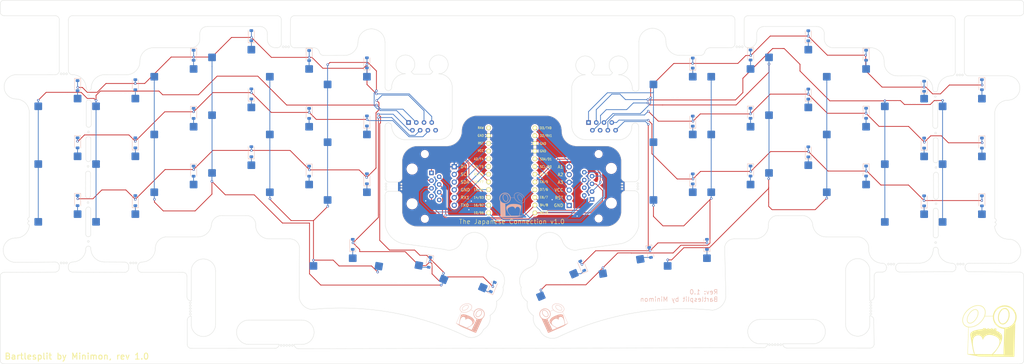
<source format=kicad_pcb>
(kicad_pcb (version 20221018) (generator pcbnew)
  (title_block (title "Bartlesplit") (rev "1.0") (company "Minimon"))
  (layers (0 "F.Cu" signal) (31 "B.Cu" signal) (34 "B.Paste" user) (35 "F.Paste" user) (36 "B.SilkS" user "B.Silkscreen") (37 "F.SilkS" user "F.Silkscreen") (38 "B.Mask" user) (39 "F.Mask" user) (44 "Edge.Cuts" user))
  (net 0 "")
  (net 1 "ROW_1")
  (net 2 "ROW_2")
  (net 3 "ROW_3")
  (net 4 "COL_1")
  (net 5 "COL_2")
  (net 6 "COL_3")
  (net 8 "L_ROW_1")
  (net 9 "L_ROW_2")
  (net 10 "L_ROW_3")
  (net 11 "L_COL_1")
  (net 12 "L_COL_2")
  (net 13 "L_COL_3")
  (net 14 "Net-(D40-K)")
  (net 15 "Net-(D41-A)")
  (net 16 "Net-(D42-K)")
  (net 17 "L_ROW_4")
  (net 18 "ROW_4")
  (net 20 "Net-(U1-TX0{slash}D3)")
  (net 21 "Net-(U1-RX1{slash}D2)")
  (net 22 "GND")
  (net 23 "Net-(U1-2{slash}D1{slash}SDA)")
  (net 24 "Net-(U1-3{slash}D0{slash}SCL)")
  (net 25 "Net-(U1-4{slash}D4)")
  (net 26 "Net-(U1-VCC)")
  (net 27 "Net-(U1-F4{slash}A3)")
  (net 28 "Net-(U1-F5{slash}A2)")
  (net 29 "Net-(U1-F6{slash}A1)")
  (net 31 "row1")
  (net 32 "row2")
  (net 33 "row3")
  (net 34 "row4")
  (net 35 "l_col3")
  (net 36 "l_col2")
  (net 37 "l_col1")
  (net 39 "r_col3")
  (net 40 "r_col2")
  (net 41 "r_col1")
  (net 43 "Net-(D1-K)")
  (net 44 "Net-(D2-K)")
  (net 45 "Net-(D3-K)")
  (net 46 "Net-(D4-A)")
  (net 47 "Net-(D5-A)")
  (net 48 "Net-(D6-A)")
  (net 49 "Net-(D7-K)")
  (net 50 "Net-(D8-K)")
  (net 51 "Net-(D9-K)")
  (net 52 "Net-(D10-A)")
  (net 53 "Net-(D11-A)")
  (net 54 "Net-(D12-A)")
  (net 55 "Net-(D13-K)")
  (net 56 "Net-(D14-K)")
  (net 57 "Net-(D15-K)")
  (net 58 "Net-(D16-A)")
  (net 59 "Net-(D17-A)")
  (net 60 "Net-(D18-A)")
  (net 61 "Net-(D19-K)")
  (net 62 "Net-(D20-K)")
  (net 63 "Net-(D21-K)")
  (net 64 "Net-(D22-A)")
  (net 65 "Net-(D23-A)")
  (net 66 "Net-(D24-A)")
  (net 67 "Net-(D25-K)")
  (net 68 "Net-(D26-K)")
  (net 69 "Net-(D27-K)")
  (net 70 "Net-(D28-A)")
  (net 71 "Net-(D29-A)")
  (net 72 "Net-(D30-A)")
  (net 73 "Net-(D31-K)")
  (net 74 "Net-(D32-K)")
  (net 75 "Net-(D33-K)")
  (net 76 "Net-(D34-A)")
  (net 77 "Net-(D35-A)")
  (net 78 "Net-(D36-A)")
  (net 79 "Net-(D37-K)")
  (net 80 "Net-(D38-A)")
  (net 81 "Net-(D39-K)")
  (net 82 "RST")
  (footprint "PCM_Switch_Keyboard_Hotswap_Kailh:SW_Hotswap_Kailh_MX_1.00u" (layer "F.Cu") (at 65.181649 57.638875)
    (fp_text reference "K13" hide)
    (fp_text value "SW_Push" hide)
  )
  (footprint "MountingHole:MountingHole_2.2mm_M2" (layer "F.Cu") (at 223.375 92)
    (fp_text reference "REF**" hide)
    (fp_text value "MountingHole_2.2mm_M2" hide)
  )
  (footprint "PCM_Switch_Keyboard_Hotswap_Kailh:SW_Hotswap_Kailh_MX_1.00u" (layer "F.Cu") (at 267.4896 85.904682)
    (fp_text reference "K24" hide)
    (fp_text value "SW_Push" hide)
  )
  (footprint "PCM_Switch_Keyboard_Hotswap_Kailh:SW_Hotswap_Kailh_MX_1.00u" (layer "F.Cu") (at 324.5796 76.664682)
    (fp_text reference "K32" hide)
    (fp_text value "SW_Push" hide)
  )
  (footprint "PCM_Switch_Keyboard_Hotswap_Kailh:SW_Hotswap_Kailh_MX_1.00u" (layer "F.Cu") (at 343.5796 57.664682)
    (fp_text reference "K34" hide)
    (fp_text value "SW_Push" hide)
  )
  (footprint "PCM_Switch_Keyboard_Hotswap_Kailh:SW_Hotswap_Kailh_MX_1.00u" (layer "F.Cu") (at 122.330265 66.904749)
    (fp_text reference "K5" hide)
    (fp_text value "SW_Push" hide)
  )
  (footprint "Connector_PinSocket_2.54mm:PinSocket_1x06_P2.54mm_Vertical" (layer "F.Cu") (at 175.9 74.9575)
    (fp_text reference "tjc_j2" hide)
    (fp_text value "Conn_01x06" hide)
  )
  (footprint "MountingHole:MountingHole_3.2mm_M3" (layer "F.Cu") (at 308.576549 126.69616 90)
    (fp_text reference "REF**" hide)
    (fp_text value "MountingHole_3.2mm_M3" hide)
  )
  (footprint "PCM_Switch_Keyboard_Hotswap_Kailh:SW_Hotswap_Kailh_MX_1.00u" (layer "F.Cu") (at 305.4896 66.904682)
    (fp_text reference "K29" hide)
    (fp_text value "SW_Push" hide)
  )
  (footprint "MountingHole:MountingHole_3.2mm_M3" (layer "F.Cu") (at 31.760702 48.695271)
    (fp_text reference "REF**" hide)
    (fp_text value "MountingHole_3.2mm_M3" hide)
  )
  (footprint "Connector_RJ:RJ45_Amphenol_54602-x08_Horizontal" (layer "F.Cu") (at 221.2 85.6825 90)
    (fp_text reference "tjc_right2" hide)
    (fp_text value "RJ45")
  )
  (footprint "PCM_Switch_Keyboard_Hotswap_Kailh:SW_Hotswap_Kailh_MX_1.00u" (layer "F.Cu") (at 232.1996 111.404682 10)
    (fp_text reference "K38" hide)
    (fp_text value "SW_Push" hide)
  )
  (footprint "PCM_Switch_Keyboard_Hotswap_Kailh:SW_Hotswap_Kailh_MX_1.00u" (layer "F.Cu") (at 84.330265 85.904749)
    (fp_text reference "K12" hide)
    (fp_text value "SW_Push" hide)
  )
  (footprint "MountingHole:MountingHole_2.2mm_M2" (layer "F.Cu") (at 62.921649 67.138875)
    (fp_text reference "REF**" hide)
    (fp_text value "MountingHole_2.2mm_M2" hide)
  )
  (footprint "LOGO" (layer "F.Cu") (at 351.9 129)
    (fp_text reference "G***")
    (fp_text value "LOGO" hide)
  )
  (footprint "PCM_Switch_Keyboard_Hotswap_Kailh:SW_Hotswap_Kailh_MX_1.00u" (layer "F.Cu") (at 46.181649 57.638875)
    (fp_text reference "K16" hide)
    (fp_text value "SW_Push" hide)
  )
  (footprint "MountingHole:MountingHole_2.2mm_M2" (layer "F.Cu") (at 166.225 70.8)
    (fp_text reference "REF**" hide)
    (fp_text value "MountingHole_2.2mm_M2" hide)
  )
  (footprint "PCM_Switch_Keyboard_Hotswap_Kailh:SW_Hotswap_Kailh_MX_1.00u" (layer "F.Cu") (at 141.330265 69.444749)
    (fp_text reference "K2" hide)
    (fp_text value "SW_Push" hide)
  )
  (footprint "PCM_Switch_Keyboard_Hotswap_Kailh:SW_Hotswap_Kailh_MX_1.00u" (layer "F.Cu") (at 103.330265 60.554749)
    (fp_text reference "K8" hide)
    (fp_text value "SW_Push" hide)
  )
  (footprint "kbd:ProMicro_v3.5" (layer "F.Cu") (at 194.8 76.678)
    (fp_text reference "U1" hide)
    (fp_text value "ProMicro" hide)
  )
  (footprint "Connector_PinSocket_2.54mm:PinSocket_1x06_P2.54mm_Vertical" (layer "F.Cu") (at 213.7 87.725 180)
    (fp_text reference "tjc_j1" hide)
    (fp_text value "Conn_01x06" hide)
  )
  (footprint "MountingHole:MountingHole_2.2mm_M2" (layer "F.Cu") (at 166.225 92.1)
    (fp_text reference "REF**" hide)
    (fp_text value "MountingHole_2.2mm_M2" hide)
  )
  (footprint "PCM_Switch_Keyboard_Hotswap_Kailh:SW_Hotswap_Kailh_MX_1.00u" (layer "F.Cu") (at 177.940265 117.119749 -23)
    (fp_text reference "K40" hide)
    (fp_text value "SW_Push" hide)
  )
  (footprint "PCM_Switch_Keyboard_Hotswap_Kailh:SW_Hotswap_Kailh_MX_1.00u" (layer "F.Cu") (at 103.330265 41.554749)
    (fp_text reference "K7" hide)
    (fp_text value "SW_Push" hide)
  )
  (footprint "PCM_Switch_Keyboard_Hotswap_Kailh:SW_Hotswap_Kailh_MX_1.00u" (layer "F.Cu") (at 141.330265 88.444749)
    (fp_text reference "K3" hide)
    (fp_text value "SW_Push" hide)
  )
  (footprint "PCM_Switch_Keyboard_Hotswap_Kailh:SW_Hotswap_Kailh_MX_1.00u" (layer "F.Cu") (at 248.4896 50.444682)
    (fp_text reference "K19" hide)
    (fp_text value "SW_Push" hide)
  )
  (footprint "PCM_Switch_Keyboard_Hotswap_Kailh:SW_Hotswap_Kailh_MX_1.00u" (layer "F.Cu") (at 65.181649 76.638875)
    (fp_text reference "K14" hide)
    (fp_text value "SW_Push" hide)
  )
  (footprint "PCM_Switch_Keyboard_Hotswap_Kailh:SW_Hotswap_Kailh_MX_1.00u" (layer "F.Cu") (at 343.5796 95.664682)
    (fp_text reference "K36" hide)
    (fp_text value "SW_Push" hide)
  )
  (footprint "PCM_Switch_Keyboard_Hotswap_Kailh:SW_Hotswap_Kailh_MX_1.00u" (layer "F.Cu") (at 253.1546 110.134682)
    (fp_text reference "K39" hide)
    (fp_text value "SW_Push" hide)
  )
  (footprint "MountingHole:MountingHole_3.2mm_M3" (layer "F.Cu") (at 276.439734 129.196161)
    (fp_text reference "REF**" hide)
    (fp_text value "MountingHole_3.2mm_M3" hide)
  )
  (footprint "MountingHole:MountingHole_2.2mm_M2" (layer "F.Cu") (at 108.303839 129.4 180)
    (fp_text reference "REF**" hide)
    (fp_text value "MountingHole_2.2mm_M2" hide)
  )
  (footprint "MountingHole:MountingHole_3.2mm_M3" (layer "F.Cu") (at 358.21969 102.865939 180)
    (fp_text reference "REF**" hide)
    (fp_text value "MountingHole_3.2mm_M3" hide)
  )
  (footprint "Connector_RJ:RJ45_Amphenol_54602-x08_Horizontal" (layer "F.Cu") (at 168.4 77 -90)
    (fp_text reference "tjc_left2" hide)
    (fp_text value "RJ45")
  )
  (footprint "PCM_Switch_Keyboard_Hotswap_Kailh:SW_Hotswap_Kailh_MX_1.00u" (layer "F.Cu") (at 286.4896 60.554682)
    (fp_text reference "K26" hide)
    (fp_text value "SW_Push" hide)
  )
  (footprint "PCM_Switch_Keyboard_Hotswap_Kailh:SW_Hotswap_Kailh_MX_1.00u" (layer "F.Cu") (at 122.330265 85.904749)
    (fp_text reference "K6" hide)
    (fp_text value "SW_Push" hide)
  )
  (footprint "MountingHole:MountingHole_2.2mm_M2" (layer "F.Cu") (at 223.375 70.8)
    (fp_text reference "REF**" hide)
    (fp_text value "MountingHole_2.2mm_M2" hide)
  )
  (footprint "PCM_Switch_Keyboard_Hotswap_Kailh:SW_Hotswap_Kailh_MX_1.00u" (layer "F.Cu") (at 305.4896 85.904682)
    (fp_text reference "K30" hide)
    (fp_text value "SW_Push" hide)
  )
  (footprint "PCM_Switch_Keyboard_Hotswap_Kailh:SW_Hotswap_Kailh_MX_1.00u" (layer "F.Cu") (at 211.8796 117.119682 23)
    (fp_text reference "K37" hide)
    (fp_text value "SW_Push" hide)
  )
  (footprint "PCM_Switch_Keyboard_Hotswap_Kailh:SW_Hotswap_Kailh_MX_1.00u" (layer "F.Cu") (at 46.181649 95.638875)
    (fp_text reference "K18" hide)
    (fp_text value "SW_Push" hide)
  )
  (footprint "PCM_Switch_Keyboard_Hotswap_Kailh:SW_Hotswap_Kailh_MX_1.00u" (layer "F.Cu") (at 248.4896 69.444682)
    (fp_text reference "K20" hide)
    (fp_text value "SW_Push" hide)
  )
  (footprint "PCM_Switch_Keyboard_Hotswap_Kailh:SW_Hotswap_Kailh_MX_1.00u" (layer "F.Cu") (at 84.330265 47.904749)
    (fp_text reference "K10" hide)
    (fp_text value "SW_Push" hide)
  )
  (footprint "PCM_Switch_Keyboard_Hotswap_Kailh:SW_Hotswap_Kailh_MX_1.00u" (layer "F.Cu") (at 267.4896 66.904682)
    (fp_text reference "K23" hide)
    (fp_text value "SW_Push" hide)
  )
  (footprint "PCM_Switch_Keyboard_Hotswap_Kailh:SW_Hotswap_Kailh_MX_1.00u" (layer "F.Cu") (at 103.330265 79.554749)
    (fp_text reference "K9" hide)
    (fp_text value "SW_Push" hide)
  )
  (footprint "MountingHole:MountingHole_2.2mm_M2" (layer "F.Cu") (at 93.396161 109.3 90)
    (fp_text reference "REF**" hide)
    (fp_text value "MountingHole_2.2mm_M2" hide)
  )
  (footprint "PCM_Switch_Keyboard_Hotswap_Kailh:SW_Hotswap_Kailh_MX_1.00u" (layer "F.Cu") (at 84.330265 66.904749)
    (fp_text reference "K11" hide)
    (fp_text value "SW_Push" hide)
  )
  (footprint "PCM_Switch_Keyboard_Hotswap_Kailh:SW_Hotswap_Kailh_MX_1.00u" (layer "F.Cu") (at 286.4896 41.554682)
    (fp_text reference "K25" hide)
    (fp_text value "SW_Push" hide)
  )
  (footprint "PCM_Switch_Keyboard_Hotswap_Kailh:SW_Hotswap_Kailh_MX_1.00u" (layer "F.Cu") (at 122.330265 47.904749)
    (fp_text reference "K4" hide)
    (fp_text value "SW_Push" hide)
  )
  (footprint "PCM_Switch_Keyboard_Hotswap_Kailh:SW_Hotswap_Kailh_MX_1.00u" (layer "F.Cu") (at 267.4896 47.904682)
    (fp_text reference "K22" hide)
    (fp_text value "SW_Push" hide)
  )
  (footprint "MountingHole:MountingHole_2.2mm_M2" (layer "F.Cu") (at 62.921649 86.138875)
    (fp_text reference "REF**" hide)
    (fp_text value "MountingHole_2.2mm_M2" hide)
  )
  (footprint "PCM_Switch_Keyboard_Hotswap_Kailh:SW_Hotswap_Kailh_MX_1.00u" (layer "F.Cu") (at 136.665265 110.134749)
    (fp_text reference "K42" hide)
    (fp_text value "SW_Push" hide)
  )
  (footprint "PCM_Switch_Keyboard_Hotswap_Kailh:SW_Hotswap_Kailh_MX_1.00u" (layer "F.Cu") (at 65.181649 95.638875)
    (fp_text reference "K15" hide)
    (fp_text value "SW_Push" hide)
  )
  (footprint "PCM_Switch_Keyboard_Hotswap_Kailh:SW_Hotswap_Kailh_MX_1.00u" (layer "F.Cu") (at 248.4896 88.444682)
    (fp_text reference "K21" hide)
    (fp_text value "SW_Push" hide)
  )
  (footprint "PCM_Switch_Keyboard_Hotswap_Kailh:SW_Hotswap_Kailh_MX_1.00u" (layer "F.Cu") (at 286.4896 79.554682)
    (fp_text reference "K27" hide)
    (fp_text value "SW_Push" hide)
  )
  (footprint "PCM_Switch_Keyboard_Hotswap_Kailh:SW_Hotswap_Kailh_MX_1.00u" (layer "F.Cu") (at 46.181649 76.638875)
    (fp_text reference "K17" hide)
    (fp_text value "SW_Push" hide)
  )
  (footprint "PCM_Switch_Keyboard_Hotswap_Kailh:SW_Hotswap_Kailh_MX_1.00u" (layer "F.Cu") (at 141.330265 50.444749)
    (fp_text reference "K1" hide)
    (fp_text value "SW_Push" hide)
  )
  (footprint "PCM_Switch_Keyboard_Hotswap_Kailh:SW_Hotswap_Kailh_MX_1.00u" (layer "F.Cu") (at 343.5796 76.664682)
    (fp_text reference "K35" hide)
    (fp_text value "SW_Push" hide)
  )
  (footprint "PCM_Switch_Keyboard_Hotswap_Kailh:SW_Hotswap_Kailh_MX_1.00u" (layer "F.Cu") (at 324.5796 95.664682)
    (fp_text reference "K33" hide)
    (fp_text value "SW_Push" hide)
  )
  (footprint "PCM_Switch_Keyboard_Hotswap_Kailh:SW_Hotswap_Kailh_MX_1.00u" (layer "F.Cu") (at 305.4896 47.904682)
    (fp_text reference "K28" hide)
    (fp_text value "SW_Push" hide)
  )
  (footprint "PCM_Switch_Keyboard_Hotswap_Kailh:SW_Hotswap_Kailh_MX_1.00u" (layer "F.Cu") (at 324.5796 57.664682)
    (fp_text reference "K31" hide)
    (fp_text value "SW_Push" hide)
  )
  (footprint "PCM_Switch_Keyboard_Hotswap_Kailh:SW_Hotswap_Kailh_MX_1.00u" (layer "F.Cu") (at 157.620265 111.404749 -10)
    (fp_text reference "K41" hide)
    (fp_text value "SW_Push" hide)
  )
  (footprint "Connector_RJ:RJ45_Amphenol_54602-x08_Horizontal" (layer "B.Cu") (at 160.870265 60.438875)
    (fp_text reference "split_left1" hide)
    (fp_text value "RJ45")
  )
  (footprint "Diode_SMD:D_SOD-123" (layer "B.Cu") (at 109.172265 51.032249 90)
    (fp_text reference "D8" hide)
    (fp_text value "DIODE")
  )
  (footprint "MountingHole:MountingHole_3.2mm_M3" (layer "B.Cu") (at 31.560702 102.489139)
    (fp_text reference "REF**" hide)
    (fp_text value "MountingHole_3.2mm_M3" hide)
  )
  (footprint "MountingHole:MountingHole_2.2mm_M2" (layer "B.Cu") (at 293.939734 129.196161)
    (fp_text reference "REF**" hide)
    (fp_text value "MountingHole_2.2mm_M2" hide)
  )
  (footprint "Diode_SMD:D_SOD-123" (layer "B.Cu") (at 71.023649 86.116375 90)
    (fp_text reference "D15" hide)
    (fp_text value "DIODE")
  )
  (footprint "Diode_SMD:D_SOD-123" (layer "B.Cu") (at 52.023649 67.116375 -90)
    (fp_text reference "D17" hide)
    (fp_text value "DIODE")
  )
  (footprint "Diode_SMD:D_SOD-123" (layer "B.Cu") (at 349.4216 48 -90)
    (fp_text reference "D34" hide)
    (fp_text value "DIODE")
  )
  (footprint "Diode_SMD:D_SOD-123" (layer "B.Cu") (at 311.3316 38.3 -90)
    (fp_text reference "D28" hide)
    (fp_text value "DIODE")
  )
  (footprint "Diode_SMD:D_SOD-123" (layer "B.Cu") (at 147.172265 59.922249 90)
    (fp_text reference "D2" hide)
    (fp_text value "DIODE")
  )
  (footprint "Diode_SMD:D_SOD-123" (layer "B.Cu") (at 167.760702 106.409312 -100)
    (fp_text reference "D41" hide)
    (fp_text value "DIODE")
  )
  (footprint "MountingHole:MountingHole_3.2mm_M3" (layer "B.Cu") (at 358.01969 49.072071 180)
    (fp_text reference "REF**" hide)
    (fp_text value "MountingHole_3.2mm_M3" hide)
  )
  (footprint "Diode_SMD:D_SOD-123" (layer "B.Cu") (at 90.172265 57.427249 -90)
    (fp_text reference "D11" hide)
    (fp_text value "DIODE")
  )
  (footprint "Diode_SMD:D_SOD-123" (layer "B.Cu") (at 330.4216 67.187182 90)
    (fp_text reference "D32" hide)
    (fp_text value "DIODE")
  )
  (footprint "Diode_SMD:D_SOD-123" (layer "B.Cu") (at 52.023649 86.116375 -90)
    (fp_text reference "D18" hide)
    (fp_text value "DIODE")
  )
  (footprint "Diode_SMD:D_SOD-123" (layer "B.Cu") (at 349.4216 67.187182 -90)
    (fp_text reference "D35" hide)
    (fp_text value "DIODE")
  )
  (footprint "Diode_SMD:D_SOD-123" (layer "B.Cu") (at 128.172265 57.427249 -90)
    (fp_text reference "D5" hide)
    (fp_text value "DIODE")
  )
  (footprint "Diode_SMD:D_SOD-123" (layer "B.Cu") (at 311.3316 76.382182 -90)
    (fp_text reference "D30" hide)
    (fp_text value "DIODE")
  )
  (footprint "MountingHole:MountingHole_3.2mm_M3" (layer "B.Cu") (at 207.082449 101.13314 -70)
    (fp_text reference "REF**" hide)
    (fp_text value "MountingHole_3.2mm_M3" hide)
  )
  (footprint "MountingHole:MountingHole_3.2mm_M3" (layer "B.Cu") (at 182.737416 101.133207 -70)
    (fp_text reference "REF**" hide)
    (fp_text value "MountingHole_3.2mm_M3" hide)
  )
  (footprint "Diode_SMD:D_SOD-123" (layer "B.Cu") (at 292.3316 51.077182 90)
    (fp_text reference "D26" hide)
    (fp_text value "DIODE")
  )
  (footprint "Diode_SMD:D_SOD-123" (layer "B.Cu") (at 349.4216 86.187182 -90)
    (fp_text reference "D36" hide)
    (fp_text value "DIODE")
  )
  (footprint "MountingHole:MountingHole_3.2mm_M3" (layer "B.Cu") (at 240.9216 33.747772 -90)
    (fp_text reference "REF**" hide)
    (fp_text value "MountingHole_3.2mm_M3" hide)
  )
  (footprint "Diode_SMD:D_SOD-123" (layer "B.Cu") (at 217.995127 107.572335 113)
    (fp_text reference "D37" hide)
    (fp_text value "DIODE")
  )
  (footprint "Diode_SMD:D_SOD-123" (layer "B.Cu") (at 254.3316 59.967182 90)
    (fp_text reference "D20" hide)
    (fp_text value "DIODE")
  )
  (footprint "MountingHole:MountingHole_3.2mm_M3" (layer "B.Cu") (at 125.803839 129.4 180)
    (fp_text reference "REF**" hide)
    (fp_text value "MountingHole_3.2mm_M3" hide)
  )
  (footprint "Diode_SMD:D_SOD-123" (layer "B.Cu") (at 240.295127 103.172335 -80)
    (fp_text reference "D38" hide)
    (fp_text value "DIODE")
  )
  (footprint "MountingHole:MountingHole_3.2mm_M3" (layer "B.Cu") (at 93.396161 126.8 90)
    (fp_text reference "REF**" hide)
    (fp_text value "MountingHole_3.2mm_M3" hide)
  )
  (footprint "Diode_SMD:D_SOD-123" (layer "B.Cu") (at 273.3316 38.222335 -90)
    (fp_text reference "D22" hide)
    (fp_text value "DIODE")
  )
  (footprint "Diode_SMD:D_SOD-123" (layer "B.Cu") (at 109.172265 31.85 90)
    (fp_text reference "D7" hide)
    (fp_text value "DIODE")
  )
  (footprint "Button_Switch_SMD:SW_Tactile_SPST_NO_Straight_CK_PTS636Sx25SMTRLFS" (layer "B.Cu") (at 194.8014 67.3 180)
    (fp_text reference "SW1" hide)
    (fp_text value "SW_Push" hide)
  )
  (footprint "Diode_SMD:D_SOD-123" (layer "B.Cu") (at 273.3316 57.382182 -90)
    (fp_text reference "D23" hide)
    (fp_text value "DIODE")
  )
  (footprint "Diode_SMD:D_SOD-123" (layer "B.Cu") (at 71.023649 67.116375 90)
    (fp_text reference "D14" hide)
    (fp_text value "DIODE")
  )
  (footprint "Diode_SMD:D_SOD-123" (layer "B.Cu") (at 128.172265 38.4 -90)
    (fp_text reference "D4" hide)
    (fp_text value "DIODE")
  )
  (footprint "Diode_SMD:D_SOD-123" (layer "B.Cu") (at 330.4216 86.187182 90)
    (fp_text reference "D33" hide)
    (fp_text value "DIODE")
  )
  (footprint "Diode_SMD:D_SOD-123" (layer "B.Cu") (at 259 100.5 90)
    (fp_text reference "D39" hide)
    (fp_text value "DIODE")
  )
  (footprint "Diode_SMD:D_SOD-123" (layer "B.Cu") (at 128.172265 76.427249 -90)
    (fp_text reference "D6" hide)
    (fp_text value "DIODE")
  )
  (footprint "MountingHole:MountingHole_2.2mm_M2" (layer "B.Cu") (at 308.576549 109.19616 90)
    (fp_text reference "REF**" hide)
    (fp_text value "MountingHole_2.2mm_M2" hide)
  )
  (footprint "Diode_SMD:D_SOD-123" (layer "B.Cu") (at 254.3316 78.967182 90)
    (fp_text reference "D21" hide)
    (fp_text value "DIODE")
  )
  (footprint "Diode_SMD:D_SOD-123" (layer "B.Cu") (at 90.172265 38.309312 -90)
    (fp_text reference "D10" hide)
    (fp_text value "DIODE")
  )
  (footprint "Diode_SMD:D_SOD-123" (layer "B.Cu") (at 147.172265 40.8 90)
    (fp_text reference "D1" hide)
    (fp_text value "DIODE")
  )
  (footprint "Diode_SMD:D_SOD-123" (layer "B.Cu") (at 254.3316 40.872335 90)
    (fp_text reference "D19" hide)
    (fp_text value "DIODE")
  )
  (footprint "MountingHole:MountingHole_2.2mm_M2" (layer "B.Cu") (at 326.8 67.164682 180)
    (fp_text reference "REF**" hide)
    (fp_text value "MountingHole_2.2mm_M2" hide)
  )
  (footprint "Diode_SMD:D_SOD-123" (layer "B.Cu") (at 311.3316 57.382182 -90)
    (fp_text reference "D29" hide)
    (fp_text value "DIODE")
  )
  (footprint "LOGO" (layer "B.Cu") (at 208.761432 124.472482 -157)
    (fp_text reference "G***" hide)
    (fp_text value "LOGO" hide)
  )
  (footprint "MountingHole:MountingHole_2.2mm_M2" (layer "B.Cu") (at 326.858743 86.164682 180)
    (fp_text reference "REF**" hide)
    (fp_text value "MountingHole_2.2mm_M2" hide)
  )
  (footprint "Diode_SMD:D_SOD-123" (layer "B.Cu") (at 71.023649 48 90)
    (fp_text reference "D13" hide)
    (fp_text value "DIODE")
  )
  (footprint "Diode_SMD:D_SOD-123" (layer "B.Cu") (at 188.560702 114.509312 67)
    (fp_text reference "D40" hide)
    (fp_text value "DIODE")
  )
  (footprint "Diode_SMD:D_SOD-123" (layer "B.Cu") (at 52.023649 48.3 -90)
    (fp_text reference "D16" hide)
    (fp_text value "DIODE")
  )
  (footprint "MountingHole:MountingHole_3.2mm_M3" (layer "B.Cu") (at 148.532175 33.929749 -90)
    (fp_text reference "REF**" hide)
    (fp_text value "MountingHole_3.2mm_M3" hide)
  )
  (footprint "Diode_SMD:D_SOD-123" (layer "B.Cu") (at 292.3316 31.9 90)
    (fp_text reference "D25" hide)
    (fp_text value "DIODE")
  )
  (footprint "Diode_SMD:D_SOD-123" (layer "B.Cu") (at 292.3316 70.077182 90)
    (fp_text reference "D27" hide)
    (fp_text value "DIODE")
  )
  (footprint "Diode_SMD:D_SOD-123" (layer "B.Cu") (at 109.172265 70.032249 90)
    (fp_text reference "D9" hide)
    (fp_text value "DIODE")
  )
  (footprint "Diode_SMD:D_SOD-123" (layer "B.Cu") (at 147.172265 78.922249 90)
    (fp_text reference "D3" hide)
    (fp_text value "DIODE")
  )
  (footprint "Diode_SMD:D_SOD-123" (layer "B.Cu") (at 330.4216 48.5 90)
    (fp_text reference "D31" hide)
    (fp_text value "DIODE")
  )
  (footprint "LOGO" (layer "B.Cu") (at 194.961432 87.50428 180)
    (fp_text reference "G***" hide)
    (fp_text value "LOGO" hide)
  )
  (footprint "Diode_SMD:D_SOD-123" (layer "B.Cu") (at 90.172265 76.427249 -90)
    (fp_text reference "D12" hide)
    (fp_text value "DIODE")
  )
  (footprint "Diode_SMD:D_SOD-123" (layer "B.Cu") (at 273.3316 76.382182 -90)
    (fp_text reference "D24" hide)
    (fp_text value "DIODE")
  )
  (footprint "LOGO" (layer "B.Cu") (at 181.060384 124.481742 157)
    (fp_text reference "G***" hide)
    (fp_text value "LOGO" hide)
  )
  (footprint "Connector_RJ:RJ45_Amphenol_54602-x08_Horizontal" (layer "B.Cu") (at 220.0596 60.438808)
    (fp_text reference "split_right1" hide)
    (fp_text value "RJ45")
  )
  (footprint "Diode_SMD:D_SOD-123" (layer "B.Cu") (at 142.507265 100.5 90)
    (fp_text reference "D42" hide)
    (fp_text value "DIODE")
  )
  (gr_line (start 85.433362 109.716948) (end 73.237201 109.716948) (stroke (width 0.1)) (layer "Edge.Cuts"))
  (gr_arc (start 155.330265 48.829749) (mid 154.230265 49.929749) (end 153.130265 48.829749) (stroke (width 0.1)) (layer "Edge.Cuts"))
  (gr_arc (start 339.476151 106.686112) (mid 336.333068 105.384195) (end 335.031152 102.241112) (stroke (width 0.1)) (layer "Edge.Cuts"))
  (gr_line (start 27.964558 25.3) (end 44.609021 25.300995) (stroke (width 0.1)) (layer "Edge.Cuts"))
  (gr_line (start 340.87999 107.988954) (end 340.878993 108.109269) (stroke (width 0.1)) (layer "Edge.Cuts"))
  (gr_arc (start 178.4 63.2) (mid 179.864466 59.664466) (end 183.4 58.2) (stroke (width 0.1)) (layer "Edge.Cuts"))
  (gr_line (start 162.621621 44.513171) (end 168.001892 44.511255) (stroke (width 0.1)) (layer "Edge.Cuts"))
  (gr_line (start 46.01286 26.600995) (end 46.011863 43.316689) (stroke (width 0.1)) (layer "Edge.Cuts"))
  (gr_arc (start 189.782132 119.216325) (mid 189.445155 121.868341) (end 187.653999 123.852901) (stroke (width 0.1)) (layer "Edge.Cuts"))
  (gr_arc (start 170.790215 44.429749) (mid 173.933319 45.73166) (end 175.235215 48.874749) (stroke (width 0.1)) (layer "Edge.Cuts"))
  (gr_arc (start 54.860702 53.807497) (mid 55.672158 53.009284) (end 56.49743 53.793217) (stroke (width 0.1)) (layer "Edge.Cuts"))
  (gr_circle (center 343.27924 106.985115) (end 342.97924 106.985115) (stroke (width 0.1)) (fill none) (layer "Edge.Cuts"))
  (gr_line (start 89.4 124.099999) (end 89.396161 126.8) (stroke (width 0.1)) (layer "Edge.Cuts"))
  (gr_circle (center 269.713328 35.540679) (end 269.413328 35.540679) (stroke (width 0.1)) (fill none) (layer "Edge.Cuts"))
  (gr_line (start 260.1396 35.839682) (end 266.912831 35.840679) (stroke (width 0.1)) (layer "Edge.Cuts"))
  (gr_arc (start 343.665687 26.699933) (mid 344.024936 25.728759) (end 344.965687 25.296094) (stroke (width 0.1)) (layer "Edge.Cuts"))
  (gr_circle (center 343.064937 44.796331) (end 342.764937 44.796331) (stroke (width 0.1)) (fill none) (layer "Edge.Cuts"))
  (gr_arc (start 249.96469 38.342772) (mid 246.82161 37.040858) (end 245.51969 33.897772) (stroke (width 0.1)) (layer "Edge.Cuts"))
  (gr_line (start 333.494425 77.569992) (end 333.508227 84.887952) (stroke (width 0.1)) (layer "Edge.Cuts"))
  (gr_circle (center 89.1 121.600498) (end 89.1 121.900498) (stroke (width 0.1)) (fill none) (layer "Edge.Cuts"))
  (gr_circle (center 121.438138 35.540746) (end 121.138138 35.540746) (stroke (width 0.1)) (fill none) (layer "Edge.Cuts"))
  (gr_arc (start 175.263579 61.595812) (mid 173.961673 64.738929) (end 170.818579 66.040812) (stroke (width 0.1)) (layer "Edge.Cuts"))
  (gr_line (start 304.576549 126.69616) (end 304.576549 109.19616) (stroke (width 0.1)) (layer "Edge.Cuts"))
  (gr_circle (center 158.5 81.5005) (end 158.5 81.8005) (stroke (width 0.1)) (fill none) (layer "Edge.Cuts"))
  (gr_arc (start 129.016864 121.917249) (mid 126.194456 120.567748) (end 124.877691 117.72992) (stroke (width 0.1)) (layer "Edge.Cuts"))
  (gr_line (start 153.130265 61.636669) (end 153.130265 78.7) (stroke (width 0.1)) (layer "Edge.Cuts"))
  (gr_line (start 312.568871 134.608351) (end 285.240731 134.6) (stroke (width 0.1)) (layer "Edge.Cuts"))
  (gr_circle (center 334.312789 75.228064) (end 334.612789 75.228064) (stroke (width 0.1)) (fill none) (layer "Edge.Cuts"))
  (gr_line (start 31.860702 44.709312) (end 44.711863 44.720528) (stroke (width 0.1)) (layer "Edge.Cuts"))
  (gr_line (start 91.580265 98.069749) (end 80.785273 98.069749) (stroke (width 0.1)) (layer "Edge.Cuts"))
  (gr_arc (start 298.2396 98.069682) (mid 295.312399 96.986837) (end 293.7946 94.259682) (stroke (width 0.1)) (layer "Edge.Cuts"))
  (gr_arc (start 236.5687 94.504699) (mid 234.558231 98.2) (end 230.885612 100.251611) (stroke (width 0.1)) (layer "Edge.Cuts"))
  (gr_arc (start 216.2 68.2) (mid 212.664466 66.735534) (end 211.2 63.2) (stroke (width 0.1)) (layer "Edge.Cuts"))
  (gr_line (start 363.215832 138.414106) (end 363.211992 111.014106) (stroke (width 0.1)) (layer "Edge.Cuts"))
  (gr_arc (start 60.817165 106.295531) (mid 57.6788 104.992591) (end 56.385969 101.850033) (stroke (width 0.1)) (layer "Edge.Cuts"))
  (gr_line (start 274.744599 98.704681) (end 268.027138 98.704682) (stroke (width 0.1)) (layer "Edge.Cuts"))
  (gr_circle (center 270.613078 35.540679) (end 270.313078 35.540679) (stroke (width 0.1)) (fill none) (layer "Edge.Cuts"))
  (gr_line (start 121.792727 98.704749) (end 115.075266 98.704748) (stroke (width 0.1)) (layer "Edge.Cuts"))
  (gr_arc (start 72.530265 40.284749) (mid 71.228364 43.427847) (end 68.085265 44.729749) (stroke (width 0.1)) (layer "Edge.Cuts"))
  (gr_arc (start 234.30969 61.697772) (mid 235.40969 60.597772) (end 236.50969 61.697772) (stroke (width 0.1)) (layer "Edge.Cuts"))
  (gr_circle (center 318.650619 106.99771) (end 318.350619 106.99771) (stroke (width 0.1)) (fill none) (layer "Edge.Cuts"))
  (gr_arc (start 278.940732 133.196161) (mid 278.508061 134.136916) (end 277.536893 134.496161) (stroke (width 0.1)) (layer "Edge.Cuts"))
  (gr_arc (start 345.282832 109.512111) (mid 344.311669 109.15286) (end 343.878993 108.212111) (stroke (width 0.1)) (layer "Edge.Cuts"))
  (gr_line (start 89.4 119.1) (end 89.396161 109.3) (stroke (width 0.1)) (layer "Edge.Cuts"))
  (gr_circle (center 121.736507 133.7) (end 122.036507 133.7) (stroke (width 0.1)) (fill none) (layer "Edge.Cuts"))
  (gr_line (start 328.837962 45.082051) (end 321.695127 45.106549) (stroke (width 0.1)) (layer "Edge.Cuts"))
  (gr_arc (start 118.303839 133.4) (mid 117.871168 134.340755) (end 116.9 134.7) (stroke (width 0.1)) (layer "Edge.Cuts"))
  (gr_arc (start 72.530265 40.284749) (mid 73.832177 37.141662) (end 76.975265 35.839749) (stroke (width 0.1)) (layer "Edge.Cuts"))
  (gr_circle (center 281.403224 133.496161) (end 281.103225 133.496161) (stroke (width 0.1)) (fill none) (layer "Edge.Cuts"))
  (gr_circle (center 280.470058 133.496161) (end 280.170059 133.496161) (stroke (width 0.1)) (fill none) (layer "Edge.Cuts"))
  (gr_arc (start 343.87999 108.088954) (mid 344.239234 107.117778) (end 345.17999 106.685115) (stroke (width 0.1)) (layer "Edge.Cuts"))
  (gr_arc (start 321.695127 45.106549) (mid 318.552029 43.804647) (end 317.250127 40.661549) (stroke (width 0.1)) (layer "Edge.Cuts"))
  (gr_circle (center 153.430265 81.5005) (end 153.430265 81.8005) (stroke (width 0.1)) (fill none) (layer "Edge.Cuts"))
  (gr_arc (start 54.760702 65.807497) (mid 55.572168 65.009313) (end 56.39743 65.793217) (stroke (width 0.1)) (layer "Edge.Cuts"))
  (gr_arc (start 73.237201 109.716948) (mid 72.266043 109.357692) (end 71.833362 108.416948) (stroke (width 0.1)) (layer "Edge.Cuts"))
  (gr_line (start 163.8 68.2) (end 173.4 68.2) (stroke (width 0.1)) (layer "Edge.Cuts"))
  (gr_arc (start 124.603838 134.803839) (mid 123.663107 134.371146) (end 123.303838 133.4) (stroke (width 0.1)) (layer "Edge.Cuts"))
  (gr_arc (start 236.62464 49.142772) (mid 235.52464 50.242772) (end 234.42464 49.142772) (stroke (width 0.1)) (layer "Edge.Cuts"))
  (gr_arc (start 295.0646 28.854682) (mid 296.892649 29.566633) (end 297.6046 31.394682) (stroke (width 0.1)) (layer "Edge.Cuts"))
  (gr_arc (start 89.396161 109.3) (mid 93.396161 105.3) (end 97.396161 109.3) (stroke (width 0.1)) (layer "Edge.Cuts"))
  (gr_arc (start 265.224986 117.701109) (mid 263.808929 120.730066) (end 260.779986 122.146109) (stroke (width 0.1)) (layer "Edge.Cuts"))
  (gr_line (start 276.439734 133.196161) (end 278.940732 133.196161) (stroke (width 0.1)) (layer "Edge.Cuts"))
  (gr_line (start 353.632526 57.683533) (end 353.639303 91.975264) (stroke (width 0.1)) (layer "Edge.Cuts"))
  (gr_circle (center 320.450119 106.99771) (end 320.150119 106.99771) (stroke (width 0.1)) (fill none) (layer "Edge.Cuts"))
  (gr_arc (start 316.64703 106.701549) (mid 313.503901 105.399672) (end 312.20203 102.256549) (stroke (width 0.1)) (layer "Edge.Cuts"))
  (gr_line (start 312.576549 109.19616) (end 312.57271 118.99616) (stroke (width 0.1)) (layer "Edge.Cuts"))
  (gr_arc (start 89.503839 134.712191) (mid 88.518781 134.370769) (end 88.1 133.416032) (stroke (width 0.1)) (layer "Edge.Cuts"))
  (gr_arc (start 312.8446 35.839682) (mid 315.96799 37.149752) (end 317.250127 40.284682) (stroke (width 0.1)) (layer "Edge.Cuts"))
  (gr_circle (center 279.536891 133.496161) (end 279.236891 133.496161) (stroke (width 0.1)) (fill none) (layer "Edge.Cuts"))
  (gr_arc (start 300.352062 35.839682) (mid 298.437961 35.006321) (end 297.6046 33.09222) (stroke (width 0.1)) (layer "Edge.Cuts"))
  (gr_arc (start 279.23285 94.259682) (mid 280.087672 91.907616) (end 282.43976 91.052772) (stroke (width 0.1)) (layer "Edge.Cuts"))
  (gr_circle (center 70.332862 106.624749) (end 70.032862 106.624749) (stroke (width 0.1)) (fill none) (layer "Edge.Cuts"))
  (gr_arc (start 333.394424 102.226833) (mid 334.219689 101.44296) (end 335.031152 102.241112) (stroke (width 0.1)) (layer "Edge.Cuts"))
  (gr_line (start 97.396161 126.8) (end 97.396161 109.3) (stroke (width 0.1)) (layer "Edge.Cuts"))
  (gr_line (start 236.62969 33.897772) (end 236.62464 49.142772) (stroke (width 0.1)) (layer "Edge.Cuts"))
  (gr_line (start 56.272165 84.511152) (end 56.285967 77.193192) (stroke (width 0.1)) (layer "Edge.Cuts"))
  (gr_line (start 56.483627 61.211152) (end 56.49743 53.793217) (stroke (width 0.1)) (layer "Edge.Cuts"))
  (gr_line (start 343.87999 108.088954) (end 343.878993 108.212111) (stroke (width 0.1)) (layer "Edge.Cuts"))
  (gr_circle (center 319.550369 106.99771) (end 319.250369 106.99771) (stroke (width 0.1)) (fill none) (layer "Edge.Cuts"))
  (gr_circle (center 89.1 122.533665) (end 89.1 122.833665) (stroke (width 0.1)) (fill none) (layer "Edge.Cuts"))
  (gr_arc (start 339.261848 25.297089) (mid 340.232996 25.656357) (end 340.665687 26.597089) (stroke (width 0.1)) (layer "Edge.Cuts"))
  (gr_line (start 114.440265 31.394749) (end 114.455733 33.299749) (stroke (width 0.1)) (layer "Edge.Cuts"))
  (gr_line (start 49.01286 26.703839) (end 49.011863 43.419531) (stroke (width 0.1)) (layer "Edge.Cuts"))
  (gr_line (start 297.6046 33.09222) (end 297.6046 31.394682) (stroke (width 0.1)) (layer "Edge.Cuts"))
  (gr_arc (start 56.483627 61.211152) (mid 55.672166 62.009307) (end 54.846899 61.225431) (stroke (width 0.1)) (layer "Edge.Cuts"))
  (gr_line (start 290.01651 91.052772) (end 282.43976 91.052772) (stroke (width 0.1)) (layer "Edge.Cuts"))
  (gr_arc (start 189.370265 108.229749) (mid 192.119832 110.812929) (end 191.910265 114.579749) (stroke (width 0.1)) (layer "Edge.Cuts"))
  (gr_arc (start 88.1 125.503838) (mid 88.459246 124.532654) (end 89.4 124.099999) (stroke (width 0.1)) (layer "Edge.Cuts"))
  (gr_arc (start 168.822523 43.721368) (mid 168.464904 44.171057) (end 168.001892 44.511255) (stroke (width 0.1)) (layer "Edge.Cuts"))
  (gr_line (start 71.833362 107.728588) (end 71.833362 108.416948) (stroke (width 0.1)) (layer "Edge.Cuts"))
  (gr_line (start 94.755265 28.854749) (end 112.250797 28.854749) (stroke (width 0.1)) (layer "Edge.Cuts"))
  (gr_arc (start 56.49743 49.150251) (mid 57.799328 46.007146) (end 60.94243 44.705251) (stroke (width 0.1)) (layer "Edge.Cuts"))
  (gr_circle (center 89.1 120.667331) (end 89.1 120.967331) (stroke (width 0.1)) (fill none) (layer "Edge.Cuts"))
  (gr_circle (center 55.679066 51.478873) (end 55.379066 51.478873) (stroke (width 0.1)) (fill none) (layer "Edge.Cuts"))
  (gr_line (start 312.20203 102.256549) (end 312.241503 101.879682) (stroke (width 0.1)) (layer "Edge.Cuts"))
  (gr_arc (start 50.407083 109.617945) (mid 49.435939 109.258677) (end 49.003244 108.317945) (stroke (width 0.1)) (layer "Edge.Cuts"))
  (gr_line (start 265.224986 117.701109) (end 264.820228 101.51222) (stroke (width 0.1)) (layer "Edge.Cuts"))
  (gr_arc (start 312.576549 126.69616) (mid 308.576549 130.69616) (end 304.576549 126.69616) (stroke (width 0.1)) (layer "Edge.Cuts"))
  (gr_line (start 68.085265 44.729749) (end 60.94243 44.705251) (stroke (width 0.1)) (layer "Edge.Cuts"))
  (gr_arc (start 50.415702 44.719531) (mid 53.558801 46.021433) (end 54.860702 49.164531) (stroke (width 0.1)) (layer "Edge.Cuts"))
  (gr_circle (center 55.453801 86.760219) (end 55.153801 86.760219) (stroke (width 0.1)) (fill none) (layer "Edge.Cuts"))
  (gr_arc (start 158.934253 100.251611) (mid 155.261633 98.199999) (end 153.251165 94.504699) (stroke (width 0.1)) (layer "Edge.Cuts"))
  (gr_line (start 317.250127 40.284682) (end 317.250127 40.661549) (stroke (width 0.1)) (layer "Edge.Cuts"))
  (gr_arc (start 322.453711 109.613108) (mid 321.482552 109.253853) (end 321.049872 108.313108) (stroke (width 0.1)) (layer "Edge.Cuts"))
  (gr_arc (start 361.815834 20.19616) (mid 362.801728 20.539503) (end 363.219674 21.49616) (stroke (width 0.1)) (layer "Edge.Cuts"))
  (gr_arc (start 31.860702 52.709312) (mid 34.956428 54.120133) (end 36.147866 57.306733) (stroke (width 0.1)) (layer "Edge.Cuts"))
  (gr_arc (start 92.215265 31.394749) (mid 92.927266 29.566726) (end 94.755265 28.854749) (stroke (width 0.1)) (layer "Edge.Cuts"))
  (gr_line (start 275.364132 33.299682) (end 275.3796 31.394682) (stroke (width 0.1)) (layer "Edge.Cuts"))
  (gr_line (start 333.382962 66.170017) (end 333.382962 72.871832) (stroke (width 0.1)) (layer "Edge.Cuts"))
  (gr_line (start 118.303839 133.4) (end 108.303839 133.4) (stroke (width 0.1)) (layer "Edge.Cuts"))
  (gr_line (start 249.96469 38.342772) (end 256.9646 38.379682) (stroke (width 0.1)) (layer "Edge.Cuts"))
  (gr_arc (start 96.025265 94.259749) (mid 94.507476 96.986912) (end 91.580265 98.069749) (stroke (width 0.1)) (layer "Edge.Cuts"))
  (gr_arc (start 340.66469 43.692492) (mid 340.305451 44.663688) (end 339.36469 45.096331) (stroke (width 0.1)) (layer "Edge.Cuts"))
  (gr_line (start 313.97271 110.914105) (end 313.976549 117.69616) (stroke (width 0.1)) (layer "Edge.Cuts"))
  (gr_circle (center 312.87271 121.496653) (end 312.87271 121.796653) (stroke (width 0.1)) (fill none) (layer "Edge.Cuts"))
  (gr_line (start 322.453711 109.613108) (end 339.578993 109.513108) (stroke (width 0.1)) (layer "Edge.Cuts"))
  (gr_arc (start 203.106254 102.532469) (mid 202.957877 105.931308) (end 200.4496 108.229682) (stroke (width 0.1)) (layer "Edge.Cuts"))
  (gr_arc (start 217.157334 102.148565) (mid 213.758523 102.00014) (end 211.460121 99.49191) (stroke (width 0.1)) (layer "Edge.Cuts"))
  (gr_arc (start 276.439734 133.196161) (mid 272.439734 129.196161) (end 276.439734 125.196161) (stroke (width 0.1)) (layer "Edge.Cuts"))
  (gr_circle (center 119.638638 35.540746) (end 119.338638 35.540746) (stroke (width 0.1)) (fill none) (layer "Edge.Cuts"))
  (gr_line (start 175.235215 48.874749) (end 175.263579 61.595812) (stroke (width 0.1)) (layer "Edge.Cuts"))
  (gr_line (start 117.635049 25.300997) (end 50.31286 25.3) (stroke (width 0.1)) (layer "Edge.Cuts"))
  (gr_line (start 54.649239 77.207472) (end 54.635437 84.525431) (stroke (width 0.1)) (layer "Edge.Cuts"))
  (gr_arc (start 162.621621 44.513171) (mid 162.158605 44.172979) (end 161.80099 43.723284) (stroke (width 0.1)) (layer "Edge.Cuts"))
  (gr_line (start 230.8 89.6) (end 230.800995 84.303339) (stroke (width 0.1)) (layer "Edge.Cuts"))
  (gr_line (start 153.130265 34.079749) (end 153.130265 48.829749) (stroke (width 0.1)) (layer "Edge.Cuts"))
  (gr_arc (start 56.372162 97.211159) (mid 55.560696 98.009312) (end 54.735434 97.225438) (stroke (width 0.1)) (layer "Edge.Cuts"))
  (gr_arc (start 36.149606 92.860306) (mid 35.653818 92.232704) (end 36.141089 91.598464) (stroke (width 0.1)) (layer "Edge.Cuts"))
  (gr_circle (center 47.51236 44.420528) (end 47.21236 44.420528) (stroke (width 0.1)) (fill none) (layer "Edge.Cuts"))
  (gr_line (start 92.215265 31.394749) (end 92.215265 33.092287) (stroke (width 0.1)) (layer "Edge.Cuts"))
  (gr_circle (center 48.403491 106.609312) (end 48.103491 106.609312) (stroke (width 0.1)) (fill none) (layer "Edge.Cuts"))
  (gr_arc (start 279.23285 94.259682) (mid 277.903039 97.40541) (end 274.744599 98.704681) (stroke (width 0.1)) (layer "Edge.Cuts"))
  (gr_arc (start 264.820228 101.51222) (mid 265.872494 99.478867) (end 268.027138 98.704682) (stroke (width 0.1)) (layer "Edge.Cuts"))
  (gr_arc (start 203.106254 102.532469) (mid 203.254643 99.133658) (end 205.762908 96.835256) (stroke (width 0.1)) (layer "Edge.Cuts"))
  (gr_line (start 158.934253 100.251611) (end 172.662531 102.148632) (stroke (width 0.1)) (layer "Edge.Cuts"))
  (gr_circle (center 158.5 82.40025) (end 158.5 82.70025) (stroke (width 0.1)) (fill none) (layer "Edge.Cuts"))
  (gr_line (start 363.219674 23.89616) (end 363.219674 21.49616) (stroke (width 0.1)) (layer "Edge.Cuts"))
  (gr_circle (center 231.1 80.50025) (end 231.1 80.80025) (stroke (width 0.1)) (fill none) (layer "Edge.Cuts"))
  (gr_line (start 266.809989 25.30093) (end 123.338888 25.297158) (stroke (width 0.1)) (layer "Edge.Cuts"))
  (gr_circle (center 334.201326 63.886112) (end 334.501326 63.886112) (stroke (width 0.1)) (fill none) (layer "Edge.Cuts"))
  (gr_arc (start 335.144955 84.902231) (mid 334.31969 85.686105) (end 333.508227 84.887952) (stroke (width 0.1)) (layer "Edge.Cuts"))
  (gr_line (start 49.004241 107.710309) (end 49.003244 108.317945) (stroke (width 0.1)) (layer "Edge.Cuts"))
  (gr_arc (start 125.803839 125.4) (mid 129.803839 129.4) (end 125.803839 133.4) (stroke (width 0.1)) (layer "Edge.Cuts"))
  (gr_arc (start 205.762908 96.835256) (mid 209.161732 96.983644) (end 211.460121 99.49191) (stroke (width 0.1)) (layer "Edge.Cuts"))
  (gr_arc (start 67.429523 106.325746) (mid 68.400681 106.685002) (end 68.833362 107.625746) (stroke (width 0.1)) (layer "Edge.Cuts"))
  (gr_arc (start 229.921607 44.740856) (mid 233.099444 45.99422) (end 234.42464 49.142772) (stroke (width 0.1)) (layer "Edge.Cuts"))
  (gr_arc (start 361.911992 109.610266) (mid 362.868649 110.028212) (end 363.211992 111.014106) (stroke (width 0.1)) (layer "Edge.Cuts"))
  (gr_line (start 232.203839 79.8995) (end 235.267704 79.8995) (stroke (width 0.1)) (layer "Edge.Cuts"))
  (gr_arc (start 178.359744 99.491977) (mid 176.06135 102.000248) (end 172.662531 102.148632) (stroke (width 0.1)) (layer "Edge.Cuts"))
  (gr_line (start 293.939734 125.196161) (end 276.439734 125.196161) (stroke (width 0.1)) (layer "Edge.Cuts"))
  (gr_arc (start 97.396161 126.8) (mid 93.396161 130.8) (end 89.396161 126.8) (stroke (width 0.1)) (layer "Edge.Cuts"))
  (gr_arc (start 290.01651 91.052772) (mid 292.601549 91.836272) (end 293.7946 94.259682) (stroke (width 0.1)) (layer "Edge.Cuts"))
  (gr_arc (start 271.213828 26.70093) (mid 271.573083 25.729769) (end 272.513828 25.297091) (stroke (width 0.1)) (layer "Edge.Cuts"))
  (gr_arc (start 56.49743 49.150251) (mid 55.685947 49.948469) (end 54.860702 49.164531) (stroke (width 0.1)) (layer "Edge.Cuts"))
  (gr_circle (center 55.467603 74.851264) (end 55.167603 74.851264) (stroke (width 0.1)) (fill none) (layer "Edge.Cuts"))
  (gr_arc (start 46.003244 108.215103) (mid 45.64398 109.186253) (end 44.703244 109.618942) (stroke (width 0.1)) (layer "Edge.Cuts"))
  (gr_arc (start 209.887119 131.071915) (mid 234.718695 123.103231) (end 260.779986 122.146109) (stroke (width 0.1)) (layer "Edge.Cuts"))
  (gr_arc (start 153.130265 61.636669) (mid 154.230265 60.536669) (end 155.330265 61.636669) (stroke (width 0.1)) (layer "Edge.Cuts"))
  (gr_arc (start 31.560702 106.409312) (mid 27.560752 102.409312) (end 31.560702 98.409312) (stroke (width 0.1)) (layer "Edge.Cuts"))
  (gr_circle (center 342.37949 106.985115) (end 342.07949 106.985115) (stroke (width 0.1)) (fill none) (layer "Edge.Cuts"))
  (gr_arc (start 122.038888 26.700997) (mid 122.398144 25.729839) (end 123.338888 25.297158) (stroke (width 0.1)) (layer "Edge.Cuts"))
  (gr_arc (start 333.394424 89.371832) (mid 334.219689 88.587932) (end 335.031152 89.386112) (stroke (width 0.1)) (layer "Edge.Cuts"))
  (gr_arc (start 206.2 58.2) (mid 209.735534 59.664466) (end 211.2 63.2) (stroke (width 0.1)) (layer "Edge.Cuts"))
  (gr_arc (start 178.359744 99.491977) (mid 180.658147 96.983736) (end 184.056957 96.835323) (stroke (width 0.1)) (layer "Edge.Cuts"))
  (gr_arc (start 144.240265 34.079749) (mid 145.542166 30.936658) (end 148.685265 29.634749) (stroke (width 0.1)) (layer "Edge.Cuts"))
  (gr_arc (start 144.240265 34.079749) (mid 142.829451 37.175471) (end 139.642844 38.366913) (stroke (width 0.1)) (layer "Edge.Cuts"))
  (gr_line (start 335.01969 72.886112) (end 335.01969 66.184297) (stroke (width 0.1)) (layer "Edge.Cuts"))
  (gr_arc (start 334.91969 49.541331) (mid 334.094424 50.325268) (end 333.282962 49.527051) (stroke (width 0.1)) (layer "Edge.Cuts"))
  (gr_arc (start 333.282962 54.170017) (mid 334.108228 53.386084) (end 334.91969 54.184297) (stroke (width 0.1)) (layer "Edge.Cuts"))
  (gr_line (start 230.8 78.5995) (end 230.8 73.2) (stroke (width 0.1)) (layer "Edge.Cuts"))
  (gr_circle (center 334.101326 51.855673) (end 334.401326 51.855673) (stroke (width 0.1)) (fill none) (layer "Edge.Cuts"))
  (gr_circle (center 312.87271 120.563486) (end 312.87271 120.863486) (stroke (width 0.1)) (fill none) (layer "Edge.Cuts"))
  (gr_line (start 309.034592 98.069682) (end 298.2396 98.069682) (stroke (width 0.1)) (layer "Edge.Cuts"))
  (gr_line (start 340.665687 26.597089) (end 340.66469 43.692492) (stroke (width 0.1)) (layer "Edge.Cuts"))
  (gr_line (start 54.860702 53.807497) (end 54.846899 61.225431) (stroke (width 0.1)) (layer "Edge.Cuts"))
  (gr_line (start 46.004241 107.610309) (end 46.003244 108.215103) (stroke (width 0.1)) (layer "Edge.Cuts"))
  (gr_arc (start 54.74924 101.864312) (mid 55.560699 101.06616) (end 56.385968 101.850033) (stroke (width 0.1)) (layer "Edge.Cuts"))
  (gr_line (start 232.100995 82.899499) (end 235.164861 82.899499) (stroke (width 0.1)) (layer "Edge.Cuts"))
  (gr_arc (start 275.364132 33.299682) (mid 274.518937 35.141401) (end 272.61667 35.839682) (stroke (width 0.1)) (layer "Edge.Cuts"))
  (gr_arc (start 236.62969 33.897772) (mid 237.931574 30.754656) (end 241.07469 29.452772) (stroke (width 0.1)) (layer "Edge.Cuts"))
  (gr_circle (center 153.430265 80.60075) (end 153.430265 80.90075) (stroke (width 0.1)) (fill none) (layer "Edge.Cuts"))
  (gr_line (start 277.569068 28.854682) (end 295.0646 28.854682) (stroke (width 0.1)) (layer "Edge.Cuts"))
  (gr_line (start 119.038888 26.600997) (end 119.037891 34.436907) (stroke (width 0.1)) (layer "Edge.Cuts"))
  (gr_line (start 358.322532 109.613108) (end 361.911992 109.610266) (stroke (width 0.1)) (layer "Edge.Cuts"))
  (gr_line (start 87.996161 117.8) (end 88 111.017945) (stroke (width 0.1)) (layer "Edge.Cuts"))
  (gr_arc (start 353.632526 57.683533) (mid 354.823963 54.496933) (end 357.91969 53.086112) (stroke (width 0.1)) (layer "Edge.Cuts"))
  (gr_arc (start 27.964558 25.3) (mid 26.978664 24.956657) (end 26.560718 24) (stroke (width 0.1)) (layer "Edge.Cuts"))
  (gr_line (start 277.536893 134.496161) (end 124.603838 134.803839) (stroke (width 0.1)) (layer "Edge.Cuts"))
  (gr_arc (start 353.639303 91.975264) (mid 354.126574 92.609503) (end 353.630786 93.237106) (stroke (width 0.1)) (layer "Edge.Cuts"))
  (gr_arc (start 154.534104 80) (mid 153.562957 79.640732) (end 153.130265 78.7) (stroke (width 0.1)) (layer "Edge.Cuts"))
  (gr_arc (start 339.476151 106.686112) (mid 340.447319 107.045358) (end 340.87999 107.986112) (stroke (width 0.1)) (layer "Edge.Cuts"))
  (gr_circle (center 120.538388 35.540746) (end 120.238388 35.540746) (stroke (width 0.1)) (fill none) (layer "Edge.Cuts"))
  (gr_line (start 154.534104 80) (end 157.499004 80) (stroke (width 0.1)) (layer "Edge.Cuts"))
  (gr_line (start 44.600402 106.310309) (end 31.560702 106.409312) (stroke (width 0.1)) (layer "Edge.Cuts"))
  (gr_line (start 76.975265 35.839749) (end 89.467803 35.839749) (stroke (width 0.1)) (layer "Edge.Cuts"))
  (gr_arc (start 31.860702 52.709312) (mid 27.860718 48.709312) (end 31.860702 44.709312) (stroke (width 0.1)) (layer "Edge.Cuts"))
  (gr_circle (center 342.165187 44.796331) (end 341.865187 44.796331) (stroke (width 0.1)) (fill none) (layer "Edge.Cuts"))
  (gr_circle (center 119.870173 133.7) (end 120.170173 133.7) (stroke (width 0.1)) (fill none) (layer "Edge.Cuts"))
  (gr_arc (start 230.800995 84.303339) (mid 231.160266 83.332195) (end 232.100995 82.899499) (stroke (width 0.1)) (layer "Edge.Cuts"))
  (gr_arc (start 313.97271 110.914105) (mid 314.390655 109.957448) (end 315.376549 109.614105) (stroke (width 0.1)) (layer "Edge.Cuts"))
  (gr_arc (start 68.833362 108.314106) (mid 68.474106 109.285264) (end 67.533362 109.717945) (stroke (width 0.1)) (layer "Edge.Cuts"))
  (gr_line (start 221.753013 44.82811) (end 227.133284 44.826194) (stroke (width 0.1)) (layer "Edge.Cuts"))
  (gr_circle (center 46.603991 106.609312) (end 46.303991 106.609312) (stroke (width 0.1)) (fill none) (layer "Edge.Cuts"))
  (gr_circle (center 236.2687 81.4) (end 236.2687 81.7) (stroke (width 0.1)) (fill none) (layer "Edge.Cuts"))
  (gr_line (start 27.964557 139.817946) (end 361.915832 139.817946) (stroke (width 0.1)) (layer "Edge.Cuts"))
  (gr_line (start 132.855265 38.379749) (end 139.642844 38.366913) (stroke (width 0.1)) (layer "Edge.Cuts"))
  (gr_circle (center 236.2687 82.29975) (end 236.2687 82.59975) (stroke (width 0.1)) (fill none) (layer "Edge.Cuts"))
  (gr_arc (start 209.887119 131.071914) (mid 206.373926 131.050326) (end 203.924324 128.531914) (stroke (width 0.1)) (layer "Edge.Cuts"))
  (gr_arc (start 115.075266 98.704748) (mid 111.916816 97.405459) (end 110.587015 94.259749) (stroke (width 0.1)) (layer "Edge.Cuts"))
  (gr_arc (start 44.609021 25.300995) (mid 45.580146 25.660268) (end 46.01286 26.600995) (stroke (width 0.1)) (layer "Edge.Cuts"))
  (gr_line (start 358.322532 109.613108) (end 345.282832 109.512111) (stroke (width 0.1)) (layer "Edge.Cuts"))
  (gr_circle (center 341.47974 106.985115) (end 341.17974 106.985115) (stroke (width 0.1)) (fill none) (layer "Edge.Cuts"))
  (gr_line (start 154.43126 82.999999) (end 157.396161 82.999999) (stroke (width 0.1)) (layer "Edge.Cuts"))
  (gr_arc (start 112.250797 28.854749) (mid 113.856245 29.68452) (end 114.440265 31.394749) (stroke (width 0.1)) (layer "Edge.Cuts"))
  (gr_arc (start 334.91969 49.541331) (mid 336.221592 46.398233) (end 339.36469 45.096331) (stroke (width 0.1)) (layer "Edge.Cuts"))
  (gr_circle (center 89.1 123.466832) (end 89.1 123.766832) (stroke (width 0.1)) (fill none) (layer "Edge.Cuts"))
  (gr_arc (start 168.822523 43.721368) (mid 171.835229 38.40737) (end 170.790215 44.425917) (stroke (width 0.1)) (layer "Edge.Cuts"))
  (gr_circle (center 231.1 82.29975) (end 231.1 82.59975) (stroke (width 0.1)) (fill none) (layer "Edge.Cuts"))
  (gr_line (start 123.302841 133.4) (end 125.803839 133.4) (stroke (width 0.1)) (layer "Edge.Cuts"))
  (gr_arc (start 285.240731 134.6) (mid 284.3 134.167307) (end 283.940731 133.196161) (stroke (width 0.1)) (layer "Edge.Cuts"))
  (gr_arc (start 27.964557 139.817946) (mid 26.978663 139.474603) (end 26.560717 138.517946) (stroke (width 0.1)) (layer "Edge.Cuts"))
  (gr_arc (start 77.578362 101.879749) (mid 76.276442 105.022836) (end 73.133362 106.324749) (stroke (width 0.1)) (layer "Edge.Cuts"))
  (gr_line (start 123.44173 35.839749) (end 129.680265 35.839749) (stroke (width 0.1)) (layer "Edge.Cuts"))
  (gr_arc (start 56.272165 84.511152) (mid 55.460705 85.309305) (end 54.635437 84.525431) (stroke (width 0.1)) (layer "Edge.Cuts"))
  (gr_line (start 36.141089 91.598464) (end 36.147866 57.306733) (stroke (width 0.1)) (layer "Edge.Cuts"))
  (gr_circle (center 158.499999 80.600749) (end 158.5 80.90075) (stroke (width 0.1)) (fill none) (layer "Edge.Cuts"))
  (gr_circle (center 55.567604 99.537736) (end 55.267604 99.537736) (stroke (width 0.1)) (fill none) (layer "Edge.Cuts"))
  (gr_circle (center 236.268699 80.500249) (end 236.2687 80.80025) (stroke (width 0.1)) (fill none) (layer "Edge.Cuts"))
  (gr_line (start 26.564557 111.117946) (end 26.560717 138.517946) (stroke (width 0.1)) (layer "Edge.Cuts"))
  (gr_line (start 334.933493 61.602231) (end 334.91969 54.184297) (stroke (width 0.1)) (layer "Edge.Cuts"))
  (gr_circle (center 282.336392 133.496161) (end 282.036392 133.496161) (stroke (width 0.1)) (fill none) (layer "Edge.Cuts"))
  (gr_arc (start 54.649239 77.207472) (mid 55.460698 76.409319) (end 56.285967 77.193192) (stroke (width 0.1)) (layer "Edge.Cuts"))
  (gr_line (start 27.864558 20.19616) (end 361.815834 20.19616) (stroke (width 0.1)) (layer "Edge.Cuts"))
  (gr_arc (start 232.203839 79.8995) (mid 231.232693 79.540232) (end 230.8 78.5995) (stroke (width 0.1)) (layer "Edge.Cuts"))
  (gr_arc (start 221.753013 44.82811) (mid 221.289997 44.487918) (end 220.932382 44.038223) (stroke (width 0.1)) (layer "Edge.Cuts"))
  (gr_line (start 158.8 84.3) (end 158.8 89.6) (stroke (width 0.1)) (layer "Edge.Cuts"))
  (gr_arc (start 77.578362 101.879749) (mid 78.484946 99.388183) (end 80.785273 98.069749) (stroke (width 0.1)) (layer "Edge.Cuts"))
  (gr_arc (start 44.600402 106.310309) (mid 45.571536 106.669574) (end 46.004241 107.610309) (stroke (width 0.1)) (layer "Edge.Cuts"))
  (gr_arc (start 159.833298 44.427833) (mid 158.788284 38.409281) (end 161.80099 43.723284) (stroke (width 0.1)) (layer "Edge.Cuts"))
  (gr_arc (start 184.056957 96.835323) (mid 186.565205 99.133729) (end 186.713611 102.532536) (stroke (width 0.1)) (layer "Edge.Cuts"))
  (gr_arc (start 241.07469 29.452772) (mid 244.21779 30.754678) (end 245.51969 33.897772) (stroke (width 0.1)) (layer "Edge.Cuts"))
  (gr_line (start 153.13126 84.403839) (end 153.251165 94.504699) (stroke (width 0.1)) (layer "Edge.Cuts"))
  (gr_line (start 217.157334 102.148565) (end 230.885612 100.251611) (stroke (width 0.1)) (layer "Edge.Cuts"))
  (gr_arc (start 185.525865 128.489477) (mid 183.225223 130.815689) (end 179.953486 130.826775) (stroke (width 0.1)) (layer "Edge.Cuts"))
  (gr_arc (start 191.910265 114.579749) (mid 191.573278 117.231759) (end 189.782132 119.216325) (stroke (width 0.1)) (layer "Edge.Cuts"))
  (gr_circle (center 283.269559 133.496161) (end 282.969559 133.496161) (stroke (width 0.1)) (fill none) (layer "Edge.Cuts"))
  (gr_line (start 219.001286 66.040745) (end 229.86469 66.142772) (stroke (width 0.1)) (layer "Edge.Cuts"))
  (gr_arc (start 313.97271 133.312192) (mid 313.553927 134.266932) (end 312.568871 134.608351) (stroke (width 0.1)) (layer "Edge.Cuts"))
  (gr_arc (start 313.976549 117.69616) (mid 313.543867 118.636901) (end 312.57271 118.99616) (stroke (width 0.1)) (layer "Edge.Cuts"))
  (gr_line (start 321.050869 108.101549) (end 321.049872 108.313108) (stroke (width 0.1)) (layer "Edge.Cuts"))
  (gr_line (start 313.97271 133.312192) (end 313.87271 125.399998) (stroke (width 0.1)) (layer "Edge.Cuts"))
  (gr_arc (start 321.050869 108.101549) (mid 321.410122 107.130388) (end 322.350869 106.69771) (stroke (width 0.1)) (layer "Edge.Cuts"))
  (gr_circle (center 122.669674 133.7) (end 122.969674 133.7) (stroke (width 0.1)) (fill none) (layer "Edge.Cuts"))
  (gr_arc (start 363.215832 138.414106) (mid 362.872489 139.4) (end 361.915832 139.817946) (stroke (width 0.1)) (layer "Edge.Cuts"))
  (gr_arc (start 234.30969 61.697772) (mid 233.007753 64.840835) (end 229.86469 66.142772) (stroke (width 0.1)) (layer "Edge.Cuts"))
  (gr_circle (center 312.87271 119.630319) (end 312.87271 119.930319) (stroke (width 0.1)) (fill none) (layer "Edge.Cuts"))
  (gr_arc (start 199.931249 119.263667) (mid 198.185918 117.238695) (end 197.9096 114.579682) (stroke (width 0.1)) (layer "Edge.Cuts"))
  (gr_line (start 44.703244 109.618942) (end 27.864557 109.714106) (stroke (width 0.1)) (layer "Edge.Cuts"))
  (gr_line (start 54.74924 89.009312) (end 54.735434 97.225438) (stroke (width 0.1)) (layer "Edge.Cuts"))
  (gr_arc (start 92.215265 33.092287) (mid 91.381878 35.006364) (end 89.467803 35.839749) (stroke (width 0.1)) (layer "Edge.Cuts"))
  (gr_line (start 318.050869 108.001549) (end 318.049872 108.210266) (stroke (width 0.1)) (layer "Edge.Cuts"))
  (gr_arc (start 353.630786 93.237106) (mid 354.118186 93.871346) (end 353.622269 94.498948) (stroke (width 0.1)) (layer "Edge.Cuts"))
  (gr_arc (start 117.203195 35.839749) (mid 115.30097 35.141424) (end 114.455733 33.299749) (stroke (width 0.1)) (layer "Edge.Cuts"))
  (gr_line (start 225.8 68.2) (end 216.2 68.2) (stroke (width 0.1)) (layer "Edge.Cuts"))
  (gr_arc (start 363.215833 23.89616) (mid 362.87249 24.882054) (end 361.915833 25.3) (stroke (width 0.1)) (layer "Edge.Cuts"))
  (gr_line (start 335.144955 84.902231) (end 335.131153 77.584272) (stroke (width 0.1)) (layer "Edge.Cuts"))
  (gr_line (start 68.833362 107.628588) (end 68.833362 108.314106) (stroke (width 0.1)) (layer "Edge.Cuts"))
  (gr_arc (start 153.13126 84.403839) (mid 153.490531 83.432695) (end 154.43126 82.999999) (stroke (width 0.1)) (layer "Edge.Cuts"))
  (gr_circle (center 118.937006 133.7) (end 119.237006 133.7) (stroke (width 0.1)) (fill none) (layer "Edge.Cuts"))
  (gr_arc (start 236.567704 78.495661) (mid 236.208444 79.466816) (end 235.267704 79.8995) (stroke (width 0.1)) (layer "Edge.Cuts"))
  (gr_arc (start 268.212831 34.43684) (mid 267.853575 35.407998) (end 266.912831 35.840679) (stroke (width 0.1)) (layer "Edge.Cuts"))
  (gr_arc (start 334.933493 61.602231) (mid 334.108228 62.386106) (end 333.296765 61.587952) (stroke (width 0.1)) (layer "Edge.Cuts"))
  (gr_arc (start 49.004241 107.713151) (mid 49.363481 106.741958) (end 50.304241 106.309312) (stroke (width 0.1)) (layer "Edge.Cuts"))
  (gr_circle (center 71.232612 106.624749) (end 70.932612 106.624749) (stroke (width 0.1)) (fill none) (layer "Edge.Cuts"))
  (gr_arc (start 227.953915 44.036307) (mid 227.5963 44.486002) (end 227.133284 44.826194) (stroke (width 0.1)) (layer "Edge.Cuts"))
  (gr_circle (center 341.265437 44.796331) (end 340.965437 44.796331) (stroke (width 0.1)) (fill none) (layer "Edge.Cuts"))
  (gr_arc (start 187.653999 123.852901) (mid 187.317032 126.504923) (end 185.525866 128.489477) (stroke (width 0.1)) (layer "Edge.Cuts"))
  (gr_line (start 271.213828 26.70093) (end 271.212831 34.539682) (stroke (width 0.1)) (layer "Edge.Cuts"))
  (gr_line (start 86.596161 109.717945) (end 85.433362 109.716948) (stroke (width 0.1)) (layer "Edge.Cuts"))
  (gr_line (start 268.213828 26.60093) (end 268.212831 34.43684) (stroke (width 0.1)) (layer "Edge.Cuts"))
  (gr_arc (start 225.8 68.2) (mid 229.335534 69.664466) (end 230.8 73.2) (stroke (width 0.1)) (layer "Edge.Cuts"))
  (gr_arc (start 357.91969 45.086112) (mid 361.919674 49.086112) (end 357.91969 53.086112) (stroke (width 0.1)) (layer "Edge.Cuts"))
  (gr_arc (start 197.9096 114.579682) (mid 197.7 110.812849) (end 200.4496 108.229682) (stroke (width 0.1)) (layer "Edge.Cuts"))
  (gr_arc (start 49.01286 26.703839) (mid 49.372122 25.732687) (end 50.31286 25.3) (stroke (width 0.1)) (layer "Edge.Cuts"))
  (gr_arc (start 56.39743 72.495032) (mid 55.585947 73.293268) (end 54.760702 72.509312) (stroke (width 0.1)) (layer "Edge.Cuts"))
  (gr_arc (start 258.234598 37.427178) (mid 258.899736 36.288604) (end 260.1396 35.839682) (stroke (width 0.1)) (layer "Edge.Cuts"))
  (gr_line (start 345.068529 45.095334) (end 357.91969 45.086112) (stroke (width 0.1)) (layer "Edge.Cuts"))
  (gr_line (start 343.665687 26.699933) (end 343.66469 43.795334) (stroke (width 0.1)) (layer "Edge.Cuts"))
  (gr_arc (start 50.415702 44.719531) (mid 49.444543 44.360272) (end 49.011863 43.419531) (stroke (width 0.1)) (layer "Edge.Cuts"))
  (gr_arc (start 129.680265 35.839749) (mid 130.920164 36.28863) (end 131.585267 37.427245) (stroke (width 0.1)) (layer "Edge.Cuts"))
  (gr_line (start 214.556286 61.595745) (end 214.51969 49.187772) (stroke (width 0.1)) (layer "Edge.Cuts"))
  (gr_line (start 293.939734 133.196161) (end 283.939734 133.196161) (stroke (width 0.1)) (layer "Edge.Cuts"))
  (gr_circle (center 47.503741 106.609312) (end 47.203741 106.609312) (stroke (width 0.1)) (fill none) (layer "Edge.Cuts"))
  (gr_arc (start 333.394423 102.226833) (mid 332.101597 105.369385) (end 328.963227 106.672331) (stroke (width 0.1)) (layer "Edge.Cuts"))
  (gr_arc (start 258.234598 37.427178) (mid 257.729458 38.076576) (end 256.9646 38.379682) (stroke (width 0.1)) (layer "Edge.Cuts"))
  (gr_circle (center 312.87271 123.362987) (end 312.87271 123.662987) (stroke (width 0.1)) (fill none) (layer "Edge.Cuts"))
  (gr_arc (start 333.494425 77.569992) (mid 334.31969 76.786119) (end 335.131153 77.584272) (stroke (width 0.1)) (layer "Edge.Cuts"))
  (gr_circle (center 268.813578 35.540679) (end 268.513578 35.540679) (stroke (width 0.1)) (fill none) (layer "Edge.Cuts"))
  (gr_arc (start 235.164861 82.899499) (mid 236.136015 83.25876) (end 236.5687 84.1995) (stroke (width 0.1)) (layer "Edge.Cuts"))
  (gr_arc (start 26.564558 21.6) (mid 26.907901 20.614106) (end 27.864558 20.19616) (stroke (width 0.1)) (layer "Edge.Cuts"))
  (gr_line (start 158.799004 78.596161) (end 158.8 73.2) (stroke (width 0.1)) (layer "Edge.Cuts"))
  (gr_circle (center 69.433112 106.624749) (end 69.133112 106.624749) (stroke (width 0.1)) (fill none) (layer "Edge.Cuts"))
  (gr_line (start 67.429523 106.328588) (end 60.817165 106.295531) (stroke (width 0.1)) (layer "Edge.Cuts"))
  (gr_line (start 316.749872 109.614105) (end 315.376549 109.614105) (stroke (width 0.1)) (layer "Edge.Cuts"))
  (gr_line (start 125.803839 125.4) (end 108.303839 125.4) (stroke (width 0.1)) (layer "Edge.Cuts"))
  (gr_arc (start 121.792727 98.704749) (mid 123.94741 99.478868) (end 124.999637 101.512287) (stroke (width 0.1)) (layer "Edge.Cuts"))
  (gr_line (start 124.999637 101.512287) (end 124.877691 117.72992) (stroke (width 0.1)) (layer "Edge.Cuts"))
  (gr_line (start 107.380105 91.052839) (end 99.803355 91.052839) (stroke (width 0.1)) (layer "Edge.Cuts"))
  (gr_circle (center 55.579066 63.509312) (end 55.279066 63.509312) (stroke (width 0.1)) (fill none) (layer "Edge.Cuts"))
  (gr_arc (start 293.939734 125.196161) (mid 297.939734 129.196161) (end 293.939734 133.196161) (stroke (width 0.1)) (layer "Edge.Cuts"))
  (gr_arc (start 108.303839 133.4) (mid 104.303839 129.4) (end 108.303839 125.4) (stroke (width 0.1)) (layer "Edge.Cuts"))
  (gr_line (start 163.8 94.6) (end 225.8 94.6) (stroke (width 0.1)) (layer "Edge.Cuts"))
  (gr_arc (start 158.799004 78.596161) (mid 158.439744 79.567315) (end 157.499004 80) (stroke (width 0.1)) (layer "Edge.Cuts"))
  (gr_line (start 117.737891 35.840746) (end 117.203195 35.839749) (stroke (width 0.1)) (layer "Edge.Cuts"))
  (gr_arc (start 71.833362 107.728588) (mid 72.192617 106.757427) (end 73.133362 106.324749) (stroke (width 0.1)) (layer "Edge.Cuts"))
  (gr_arc (start 36.158123 94.122148) (mid 35.662206 93.494544) (end 36.149606 92.860306) (stroke (width 0.1)) (layer "Edge.Cuts"))
  (gr_arc (start 318.049872 108.210266) (mid 317.690616 109.181424) (end 316.749872 109.614105) (stroke (width 0.1)) (layer "Edge.Cuts"))
  (gr_arc (start 309.034592 98.069682) (mid 311.334923 99.388101) (end 312.241503 101.879682) (stroke (width 0.1)) (layer "Edge.Cuts"))
  (gr_arc (start 358.21969 98.786112) (mid 362.21964 102.786112) (end 358.21969 106.786112) (stroke (width 0.1)) (layer "Edge.Cuts"))
  (gr_arc (start 36.158123 94.122148) (mid 34.747303 97.217877) (end 31.560702 98.409312) (stroke (width 0.1)) (layer "Edge.Cuts"))
  (gr_line (start 236.5687 84.1995) (end 236.5687 94.504699) (stroke (width 0.1)) (layer "Edge.Cuts"))
  (gr_arc (start 54.74924 101.864312) (mid 53.447324 105.007395) (end 50.304241 106.309312) (stroke (width 0.1)) (layer "Edge.Cuts"))
  (gr_arc (start 107.380105 91.052839) (mid 109.732178 91.907662) (end 110.587015 94.259749) (stroke (width 0.1)) (layer "Edge.Cuts"))
  (gr_arc (start 218.96469 44.742772) (mid 217.919678 38.724219) (end 220.932382 44.038223) (stroke (width 0.1)) (layer "Edge.Cuts"))
  (gr_arc (start 189.370265 108.229749) (mid 186.862037 105.931346) (end 186.713611 102.532536) (stroke (width 0.1)) (layer "Edge.Cuts"))
  (gr_line (start 333.394424 89.371832) (end 333.40823 97.587959) (stroke (width 0.1)) (layer "Edge.Cuts"))
  (gr_arc (start 155.330265 48.829749) (mid 156.655464 45.681218) (end 159.833298 44.427833) (stroke (width 0.1)) (layer "Edge.Cuts"))
  (gr_arc (start 86.596161 109.717945) (mid 87.58204 110.06129) (end 88 111.017945) (stroke (width 0.1)) (layer "Edge.Cuts"))
  (gr_line (start 344.965687 25.296094) (end 361.915833 25.3) (stroke (width 0.1)) (layer "Edge.Cuts"))
  (gr_arc (start 158.8 73.2) (mid 160.264466 69.664466) (end 163.8 68.2) (stroke (width 0.1)) (layer "Edge.Cuts"))
  (gr_line (start 339.261848 25.297089) (end 272.513828 25.297091) (stroke (width 0.1)) (layer "Edge.Cuts"))
  (gr_line (start 300.352062 35.839682) (end 312.8446 35.839682) (stroke (width 0.1)) (layer "Edge.Cuts"))
  (gr_arc (start 275.3796 31.394682) (mid 275.963644 29.684476) (end 277.569068 28.854682) (stroke (width 0.1)) (layer "Edge.Cuts"))
  (gr_arc (start 316.64703 106.698707) (mid 317.618188 107.057963) (end 318.050869 107.998707) (stroke (width 0.1)) (layer "Edge.Cuts"))
  (gr_circle (center 120.80334 133.7) (end 121.10334 133.7) (stroke (width 0.1)) (fill none) (layer "Edge.Cuts"))
  (gr_arc (start 358.21969 98.786112) (mid 355.033088 97.594677) (end 353.622269 94.498948) (stroke (width 0.1)) (layer "Edge.Cuts"))
  (gr_line (start 333.282962 54.170017) (end 333.296765 61.587952) (stroke (width 0.1)) (layer "Edge.Cuts"))
  (gr_line (start 236.567704 78.495661) (end 236.50969 61.697772) (stroke (width 0.1)) (layer "Edge.Cuts"))
  (gr_line (start 56.372162 97.211159) (end 56.385968 88.995032) (stroke (width 0.1)) (layer "Edge.Cuts"))
  (gr_line (start 54.760702 65.807497) (end 54.760702 72.509312) (stroke (width 0.1)) (layer "Edge.Cuts"))
  (gr_line (start 159.775265 66.081669) (end 170.818579 66.040812) (stroke (width 0.1)) (layer "Edge.Cuts"))
  (gr_arc (start 89.4 119.1) (mid 88.428835 118.740751) (end 87.996161 117.8) (stroke (width 0.1)) (layer "Edge.Cuts"))
  (gr_arc (start 219.001286 66.040745) (mid 215.858218 64.738827) (end 214.556286 61.595745) (stroke (width 0.1)) (layer "Edge.Cuts"))
  (gr_arc (start 328.837962 45.082051) (mid 331.981065 46.383948) (end 333.282962 49.527051) (stroke (width 0.1)) (layer "Edge.Cuts"))
  (gr_arc (start 340.878993 108.109269) (mid 340.519742 109.080428) (end 339.578993 109.513108) (stroke (width 0.1)) (layer "Edge.Cuts"))
  (gr_arc (start 203.924324 128.531914) (mid 202.221464 126.548191) (end 201.952898 123.947652) (stroke (width 0.1)) (layer "Edge.Cuts"))
  (gr_line (start 26.560718 21.6) (end 26.560718 24) (stroke (width 0.1)) (layer "Edge.Cuts"))
  (gr_arc (start 304.576549 109.19616) (mid 308.576549 105.19616) (end 312.576549 109.19616) (stroke (width 0.1)) (layer "Edge.Cuts"))
  (gr_arc (start 119.037891 34.436907) (mid 118.678635 35.408065) (end 117.737891 35.840746) (stroke (width 0.1)) (layer "Edge.Cuts"))
  (gr_circle (center 46.61261 44.420528) (end 46.31261 44.420528) (stroke (width 0.1)) (fill none) (layer "Edge.Cuts"))
  (gr_line (start 122.038888 26.700997) (end 122.037891 34.539749) (stroke (width 0.1)) (layer "Edge.Cuts"))
  (gr_arc (start 123.44173 35.839749) (mid 122.470572 35.480493) (end 122.037891 34.539749) (stroke (width 0.1)) (layer "Edge.Cuts"))
  (gr_line (start 358.21969 106.786112) (end 345.17999 106.685115) (stroke (width 0.1)) (layer "Edge.Cuts"))
  (gr_arc (start 159.775265 66.081669) (mid 156.632179 64.779749) (end 155.330265 61.636669) (stroke (width 0.1)) (layer "Edge.Cuts"))
  (gr_arc (start 54.74924 89.009312) (mid 55.560698 88.211131) (end 56.385968 88.995032) (stroke (width 0.1)) (layer "Edge.Cuts"))
  (gr_arc (start 148.685265 29.634749) (mid 151.828365 30.936649) (end 153.130265 34.079749) (stroke (width 0.1)) (layer "Edge.Cuts"))
  (gr_arc (start 157.396161 82.999999) (mid 158.367315 83.35926) (end 158.8 84.3) (stroke (width 0.1)) (layer "Edge.Cuts"))
  (gr_arc (start 201.952898 123.947652) (mid 200.207555 121.922684) (end 199.931249 119.263667) (stroke (width 0.1)) (layer "Edge.Cuts"))
  (gr_line (start 183.4 58.2) (end 206.2 58.2) (stroke (width 0.1)) (layer "Edge.Cuts"))
  (gr_arc (start 230.8 89.6) (mid 229.335534 93.135534) (end 225.8 94.6) (stroke (width 0.1)) (layer "Edge.Cuts"))
  (gr_line (start 312.576549 126.69616) (end 312.57271 123.996159) (stroke (width 0.1)) (layer "Edge.Cuts"))
  (gr_arc (start 345.068529 45.095334) (mid 344.097394 44.736069) (end 343.66469 43.795334) (stroke (width 0.1)) (layer "Edge.Cuts"))
  (gr_arc (start 214.51969 49.187772) (mid 215.821603 46.044685) (end 218.96469 44.742772) (stroke (width 0.1)) (layer "Edge.Cuts"))
  (gr_arc (start 163.8 94.6) (mid 160.264466 93.135534) (end 158.8 89.6) (stroke (width 0.1)) (layer "Edge.Cuts"))
  (gr_arc (start 178.4 63.2) (mid 176.935534 66.735534) (end 173.4 68.2) (stroke (width 0.1)) (layer "Edge.Cuts"))
  (gr_arc (start 266.809989 25.30093) (mid 267.781147 25.660186) (end 268.213828 26.60093) (stroke (width 0.1)) (layer "Edge.Cuts"))
  (gr_arc (start 26.564557 111.117946) (mid 26.9079 110.132052) (end 27.864557 109.714106) (stroke (width 0.1)) (layer "Edge.Cuts"))
  (gr_arc (start 227.953915 44.036307) (mid 230.966621 38.722303) (end 229.921607 44.740856) (stroke (width 0.1)) (layer "Edge.Cuts"))
  (gr_line (start 335.044958 97.602238) (end 335.031152 89.386112) (stroke (width 0.1)) (layer "Edge.Cuts"))
  (gr_line (start 56.39743 72.495032) (end 56.39743 65.793217) (stroke (width 0.1)) (layer "Edge.Cuts"))
  (gr_arc (start 335.044958 97.602238) (mid 334.219693 98.386112) (end 333.40823 97.587959) (stroke (width 0.1)) (layer "Edge.Cuts"))
  (gr_circle (center 231.1 81.4) (end 231.1 81.7) (stroke (width 0.1)) (fill none) (layer "Edge.Cuts"))
  (gr_line (start 88.1 125.503839) (end 88.1 133.416032) (stroke (width 0.1)) (layer "Edge.Cuts"))
  (gr_arc (start 272.61667 35.839682) (mid 271.645512 35.480426) (end 271.212831 34.539682) (stroke (width 0.1)) (layer "Edge.Cuts"))
  (gr_circle (center 153.430265 82.40025) (end 153.430265 82.70025) (stroke (width 0.1)) (fill none) (layer "Edge.Cuts"))
  (gr_circle (center 312.87271 122.42982) (end 312.87271 122.72982) (stroke (width 0.1)) (fill none) (layer "Edge.Cuts"))
  (gr_circle (center 48.41211 44.420528) (end 48.11211 44.420528) (stroke (width 0.1)) (fill none) (layer "Edge.Cuts"))
  (gr_arc (start 96.025265 94.259749) (mid 97.218271 91.836283) (end 99.803355 91.052839) (stroke (width 0.1)) (layer "Edge.Cuts"))
  (gr_circle (center 89.1 119.734164) (end 89.1 120.034164) (stroke (width 0.1)) (fill none) (layer "Edge.Cuts"))
  (gr_arc (start 117.635049 25.300997) (mid 118.606207 25.660253) (end 119.038888 26.600997) (stroke (width 0.1)) (layer "Edge.Cuts"))
  (gr_arc (start 333.382962 66.170017) (mid 334.208228 65.386114) (end 335.01969 66.184297) (stroke (width 0.1)) (layer "Edge.Cuts"))
  (gr_arc (start 335.01969 72.886112) (mid 334.194424 73.670068) (end 333.382962 72.871832) (stroke (width 0.1)) (layer "Edge.Cuts"))
  (gr_arc (start 46.011863 43.316689) (mid 45.652599 44.287843) (end 44.711863 44.720528) (stroke (width 0.1)) (layer "Edge.Cuts"))
  (gr_circle (center 334.212788 99.914536) (end 334.512788 99.914536) (stroke (width 0.1)) (fill none) (layer "Edge.Cuts"))
  (gr_line (start 328.963227 106.672331) (end 322.350869 106.69771) (stroke (width 0.1)) (layer "Edge.Cuts"))
  (gr_line (start 116.9 134.7) (end 89.503839 134.712191) (stroke (width 0.1)) (layer "Edge.Cuts"))
  (gr_arc (start 132.855265 38.379749) (mid 132.090378 38.076674) (end 131.585267 37.427245) (stroke (width 0.1)) (layer "Edge.Cuts"))
  (gr_arc (start 129.016864 121.917249) (mid 155.097876 122.869139) (end 179.953486 130.826775) (stroke (width 0.1)) (layer "Edge.Cuts"))
  (gr_circle (center 334.326591 87.137019) (end 334.626591 87.137019) (stroke (width 0.1)) (fill none) (layer "Edge.Cuts"))
  (gr_line (start 67.533362 109.717945) (end 50.407083 109.617945) (stroke (width 0.1)) (layer "Edge.Cuts"))
  (gr_arc (start 312.57271 123.996159) (mid 313.513454 124.42884) (end 313.87271 125.399998) (stroke (width 0.1)) (layer "Edge.Cuts"))
  (gr_text "Rev: ${REVISION}\nBartlesplit by Minimon" (at 262.7296 119.463182) (layer "B.SilkS") (effects (font (size 1.5 1.5)) (justify left bottom mirror)))
  (gr_text "The Japanese Connection v${REVISION}" (at 177.367858 93.9035) (layer "F.SilkS") (effects (font (size 1.5 1.5)) (justify left bottom)))
  (gr_text "Bartlesplit by Minimon, rev ${REVISION}" (at 27.864556 138.517947) (layer "F.SilkS") (effects (font (size 2 2) (thickness 0.3)) (justify left bottom)))
  (segment (start 338.7 48.1) (end 335.8 51) (width 0.25) (layer "F.Cu") (net 1))
  (segment (start 331 48.8) (end 330.4 48.8) (width 0.25) (layer "F.Cu") (net 1))
  (segment (start 333.2 51) (end 331 48.8) (width 0.25) (layer "F.Cu") (net 1))
  (segment (start 269.167276 41) (end 254.3 41) (width 0.25) (layer "F.Cu") (net 1))
  (segment (start 279.8 32) (end 273.4 38.4) (width 0.25) (layer "F.Cu") (net 1))
  (segment (start 335.8 51) (end 333.2 51) (width 0.25) (layer "F.Cu") (net 1))
  (segment (start 292.3 32) (end 279.8 32) (width 0.25) (layer "F.Cu") (net 1))
  (segment (start 240.493982 48.606018) (end 240.493982 52.2755) (width 0.25) (layer "F.Cu") (net 1))
  (segment (start 248.1 41) (end 240.493982 48.606018) (width 0.25) (layer "F.Cu") (net 1))
  (segment (start 254.3 41) (end 248.1 41) (width 0.25) (layer "F.Cu") (net 1))
  (segment (start 311.2 43.4) (end 311.2 38.3) (width 0.25) (layer "F.Cu") (net 1))
  (segment (start 316.6 48.8) (end 311.2 43.4) (width 0.25) (layer "F.Cu") (net 1))
  (segment (start 311.2 38.3) (end 298.6 38.3) (width 0.25) (layer "F.Cu") (net 1))
  (segment (start 273.4 38.4) (end 271.767276 38.4) (width 0.25) (layer "F.Cu") (net 1))
  (segment (start 271.767276 38.4) (end 269.167276 41) (width 0.25) (layer "F.Cu") (net 1))
  (segment (start 298.6 38.3) (end 292.3 32) (width 0.25) (layer "F.Cu") (net 1))
  (segment (start 330.4 48.8) (end 316.6 48.8) (width 0.25) (layer "F.Cu") (net 1))
  (segment (start 349.5 48.1) (end 338.7 48.1) (width 0.25) (layer "F.Cu") (net 1))
  (via (at 292.3 32) (size 0.8) (drill 0.4) (layers "F.Cu" "B.Cu") (net 1))
  (via (at 240.493982 52.2755) (size 0.8) (drill 0.4) (layers "F.Cu" "B.Cu") (net 1))
  (via (at 349.5 48.1) (size 0.8) (drill 0.4) (layers "F.Cu" "B.Cu") (net 1))
  (via (at 273.4 38.4) (size 0.8) (drill 0.4) (layers "F.Cu" "B.Cu") (net 1))
  (via (at 330.4 48.8) (size 0.8) (drill 0.4) (layers "F.Cu" "B.Cu") (net 1))
  (via (at 311.2 38.3) (size 0.8) (drill 0.4) (layers "F.Cu" "B.Cu") (net 1))
  (via (at 254.3 41) (size 0.8) (drill 0.4) (layers "F.Cu" "B.Cu") (net 1))
  (segment (start 330.4216 46.85) (end 330.4216 48.7784) (width 0.25) (layer "B.Cu") (net 1))
  (segment (start 228.078408 57.5) (end 225.1396 60.438808) (width 0.25) (layer "B.Cu") (net 1))
  (segment (start 292.3316 31.9684) (end 292.3 32) (width 0.25) (layer "B.Cu") (net 1))
  (segment (start 349.4216 48.0216) (end 349.5 48.1) (width 0.25) (layer "B.Cu") (net 1))
  (segment (start 311.3316 38.1684) (end 311.2 38.3) (width 0.25) (layer "B.Cu") (net 1))
  (segment (start 330.4216 48.7784) (end 330.4 48.8) (width 0.25) (layer "B.Cu") (net 1))
  (segment (start 349.4216 46.35) (end 349.4216 48.0216) (width 0.25) (layer "B.Cu") (net 1))
  (segment (start 273.3316 36.572335) (end 273.3316 38.3316) (width 0.25) (layer "B.Cu") (net 1))
  (segment (start 240.493982 52.2755) (end 240.493982 54.131323) (width 0.25) (layer "B.Cu") (net 1))
  (segment (start 311.3316 36.65) (end 311.3316 38.1684) (width 0.25) (layer "B.Cu") (net 1))
  (segment (start 240.493982 54.131323) (end 237.125305 57.5) (width 0.25) (layer "B.Cu") (net 1))
  (segment (start 273.3316 38.3316) (end 273.4 38.4) (width 0.25) (layer "B.Cu") (net 1))
  (segment (start 292.3316 30.25) (end 292.3316 31.9684) (width 0.25) (layer "B.Cu") (net 1))
  (segment (start 254.3316 39.222335) (end 254.3316 40.9684) (width 0.25) (layer "B.Cu") (net 1))
  (segment (start 237.125305 57.5) (end 228.078408 57.5) (width 0.25) (layer "B.Cu") (net 1))
  (segment (start 254.3316 40.9684) (end 254.3 41) (width 0.25) (layer "B.Cu") (net 1))
  (segment (start 254.4 60) (end 243 60) (width 0.25) (layer "F.Cu") (net 2))
  (segment (start 325.3 61.7) (end 315.6 61.7) (width 0.25) (layer "F.Cu") (net 2))
  (segment (start 279.8 51.1) (end 273.3 57.6) (width 0.25) (layer "F.Cu") (net 2))
  (segment (start 315.6 61.7) (end 311.3 57.4) (width 0.25) (layer "F.Cu") (net 2))
  (segment (start 273.3 57.6) (end 256.8 57.6) (width 0.25) (layer "F.Cu") (net 2))
  (segment (start 332.6 64.8) (end 330.5 66.9) (width 0.25) (layer "F.Cu") (net 2))
  (segment (start 349.5 67.1) (end 338.4 67.1) (width 0.25) (layer "F.Cu") (net 2))
  (segment (start 298.6 57.4) (end 292.3 51.1) (width 0.25) (layer "F.Cu") (net 2))
  (segment (start 330.5 66.9) (end 325.3 61.7) (width 0.25) (layer "F.Cu") (net 2))
  (segment (start 243 60) (end 239.7 56.7) (width 0.25) (layer "F.Cu") (net 2))
  (segment (start 338.4 67.1) (end 336.1 64.8) (width 0.25) (layer "F.Cu") (net 2))
  (segment (start 292.3 51.1) (end 279.8 51.1) (width 0.25) (layer "F.Cu") (net 2))
  (segment (start 256.8 57.6) (end 254.4 60) (width 0.25) (layer "F.Cu") (net 2))
  (segment (start 336.1 64.8) (end 332.6 64.8) (width 0.25) (layer "F.Cu") (net 2))
  (segment (start 311.3 57.4) (end 298.6 57.4) (width 0.25) (layer "F.Cu") (net 2))
  (via (at 330.5 66.9) (size 0.8) (drill 0.4) (layers "F.Cu" "B.Cu") (net 2))
  (via (at 239.7 56.7) (size 0.8) (drill 0.4) (layers "F.Cu" "B.Cu") (net 2))
  (via (at 254.4 60) (size 0.8) (drill 0.4) (layers "F.Cu" "B.Cu") (net 2))
  (via (at 311.3 57.4) (size 0.8) (drill 0.4) (layers "F.Cu" "B.Cu") (net 2))
  (via (at 273.3 57.6) (size 0.8) (drill 0.4) (layers "F.Cu" "B.Cu") (net 2))
  (via (at 292.3 51.1) (size 0.8) (drill 0.4) (layers "F.Cu" "B.Cu") (net 2))
  (via (at 349.5 67.1) (size 0.8) (drill 0.4) (layers "F.Cu" "B.Cu") (net 2))
  (segment (start 330.4216 65.537182) (end 330.4216 66.8216) (width 0.25) (layer "B.Cu") (net 2))
  (segment (start 238.45 57.95) (end 228.55 57.95) (width 0.25) (layer "B.Cu") (net 2))
  (segment (start 292.3316 49.427182) (end 292.3316 51.0684) (width 0.25) (layer "B.Cu") (net 2))
  (segment (start 254.3316 58.317182) (end 254.3316 59.9316) (width 0.25) (layer "B.Cu") (net 2))
  (segment (start 330.5 65.458782) (end 330.4216 65.537182) (width 0.25) (layer "B.Cu") (net 2))
  (segment (start 273.3316 55.732182) (end 273.3316 57.5684) (width 0.25) (layer "B.Cu") (net 2))
  (segment (start 228.55 57.95) (end 226.4096 60.0904) (width 0.25) (layer "B.Cu") (net 2))
  (segment (start 349.4216 65.537182) (end 349.4216 67.0216) (width 0.25) (layer "B.Cu") (net 2))
  (segment (start 292.3316 51.0684) (end 292.3 51.1) (width 0.25) (layer "B.Cu") (net 2))
  (segment (start 330.4216 66.8216) (end 330.5 66.9) (width 0.25) (layer "B.Cu") (net 2))
  (segment (start 239.7 56.7) (end 238.45 57.95) (width 0.25) (layer "B.Cu") (net 2))
  (segment (start 311.3316 55.732182) (end 311.3316 57.3684) (width 0.25) (layer "B.Cu") (net 2))
  (segment (start 311.3316 57.3684) (end 311.3 57.4) (width 0.25) (layer "B.Cu") (net 2))
  (segment (start 226.721192 62.978808) (end 226.4096 62.978808) (width 0.25) (layer "B.Cu") (net 2))
  (segment (start 254.3316 59.9316) (end 254.4 60) (width 0.25) (layer "B.Cu") (net 2))
  (segment (start 273.3316 57.5684) (end 273.3 57.6) (width 0.25) (layer "B.Cu") (net 2))
  (segment (start 226.4096 60.0904) (end 226.4096 62.978808) (width 0.25) (layer "B.Cu") (net 2))
  (segment (start 349.4216 67.0216) (end 349.5 67.1) (width 0.25) (layer "B.Cu") (net 2))
  (segment (start 256.9 76.5) (end 254.4 79) (width 0.25) (layer "F.Cu") (net 3))
  (segment (start 240.9 60.9) (end 239.7 59.7) (width 0.25) (layer "F.Cu") (net 3))
  (segment (start 240.9 70.7) (end 240.9 60.9) (width 0.25) (layer "F.Cu") (net 3))
  (segment (start 316.2 81) (end 311.6 76.4) (width 0.25) (layer "F.Cu") (net 3))
  (segment (start 333.1 86.1) (end 330.4 86.1) (width 0.25) (layer "F.Cu") (net 3))
  (segment (start 311.4 76.4) (end 298.8 76.4) (width 0.25) (layer "F.Cu") (net 3))
  (segment (start 325.3 81) (end 316.2 81) (width 0.25) (layer "F.Cu") (net 3))
  (segment (start 292.4 70) (end 279.9 70) (width 0.25) (layer "F.Cu") (net 3))
  (segment (start 273.4 76.5) (end 256.9 76.5) (width 0.25) (layer "F.Cu") (net 3))
  (segment (start 330.4 86.1) (end 325.3 81) (width 0.25) (layer "F.Cu") (net 3))
  (segment (start 333.1 86.1) (end 349.4 86.1) (width 0.25) (layer "F.Cu") (net 3))
  (segment (start 254.4 79) (end 249.2 79) (width 0.25) (layer "F.Cu") (net 3))
  (segment (start 279.9 70) (end 273.4 76.5) (width 0.25) (layer "F.Cu") (net 3))
  (segment (start 298.8 76.4) (end 292.4 70) (width 0.25) (layer "F.Cu") (net 3))
  (segment (start 249.2 79) (end 240.9 70.7) (width 0.25) (layer "F.Cu") (net 3))
  (segment (start 311.6 76.4) (end 311.4 76.4) (width 0.25) (layer "F.Cu") (net 3))
  (via (at 254.4 79) (size 0.8) (drill 0.4) (layers "F.Cu" "B.Cu") (net 3))
  (via (at 239.7 59.7) (size 0.8) (drill 0.4) (layers "F.Cu" "B.Cu") (net 3))
  (via (at 349.4 86.1) (size 0.8) (drill 0.4) (layers "F.Cu" "B.Cu") (net 3))
  (via (at 273.4 76.5) (size 0.8) (drill 0.4) (layers "F.Cu" "B.Cu") (net 3))
  (via (at 311.4 76.4) (size 0.8) (drill 0.4) (layers "F.Cu" "B.Cu") (net 3))
  (via (at 292.4 70) (size 0.8) (drill 0.4) (layers "F.Cu" "B.Cu") (net 3))
  (via (at 330.4 86.1) (size 0.8) (drill 0.4) (layers "F.Cu" "B.Cu") (net 3))
  (segment (start 330.4216 86.0784) (end 330.4 86.1) (width 0.25) (layer "B.Cu") (net 3))
  (segment (start 254.3316 77.317182) (end 254.3316 78.9316) (width 0.25) (layer "B.Cu") (net 3))
  (segment (start 311.3316 74.732182) (end 311.3316 76.3316) (width 0.25) (layer "B.Cu") (net 3))
  (segment (start 292.3316 69.9316) (end 292.4 70) (width 0.25) (layer "B.Cu") (net 3))
  (segment (start 229.261192 60.438808) (end 227.6796 60.438808) (width 0.25) (layer "B.Cu") (net 3))
  (segment (start 239.7 59.7) (end 239.65 59.65) (width 0.25) (layer "B.Cu") (net 3))
  (segment (start 349.4216 84.537182) (end 349.4216 86.0784) (width 0.25) (layer "B.Cu") (net 3))
  (segment (start 311.3316 76.3316) (end 311.4 76.4) (width 0.25) (layer "B.Cu") (net 3))
  (segment (start 292.3316 68.427182) (end 292.3316 69.9316) (width 0.25) (layer "B.Cu") (net 3))
  (segment (start 239.65 59.65) (end 230.05 59.65) (width 0.25) (layer "B.Cu") (net 3))
  (segment (start 254.3316 78.9316) (end 254.4 79) (width 0.25) (layer "B.Cu") (net 3))
  (segment (start 330.4216 84.537182) (end 330.4216 86.0784) (width 0.25) (layer "B.Cu") (net 3))
  (segment (start 273.3316 76.4316) (end 273.4 76.5) (width 0.25) (layer "B.Cu") (net 3))
  (segment (start 349.4216 86.0784) (end 349.4 86.1) (width 0.25) (layer "B.Cu") (net 3))
  (segment (start 230.05 59.65) (end 229.261192 60.438808) (width 0.25) (layer "B.Cu") (net 3))
  (segment (start 273.3316 74.732182) (end 273.3316 76.4316) (width 0.25) (layer "B.Cu") (net 3))
  (segment (start 244.5 94.4) (end 241.4 91.3) (width 0.25) (layer "F.Cu") (net 4))
  (segment (start 219.2 113.8) (end 224.8 108.2) (width 0.25) (layer "F.Cu") (net 4))
  (segment (start 241.4 91.3) (end 241.4 91) (width 0.25) (layer "F.Cu") (net 4))
  (segment (start 260 100.025305) (end 260 85.8) (width 0.25) (layer "F.Cu") (net 4))
  (segment (start 247.875 103.325) (end 250.4 100.8) (width 0.25) (layer "F.Cu") (net 4))
  (segment (start 234.125 103.325) (end 247.875 103.325) (width 0.25) (layer "F.Cu") (net 4))
  (segment (start 259.225305 100.8) (end 260 100.025305) (width 0.25) (layer "F.Cu") (net 4))
  (segment (start 250.4 100.8) (end 259.225305 100.8) (width 0.25) (layer "F.Cu") (net 4))
  (segment (start 234.1 103.3) (end 234.125 103.325) (width 0.25) (layer "F.Cu") (net 4))
  (segment (start 229.7 103.3) (end 234.1 103.3) (width 0.25) (layer "F.Cu") (net 4))
  (segment (start 241.4 91) (end 241.4 87.7) (width 0.25) (layer "F.Cu") (net 4))
  (segment (start 204.4 115.5) (end 206.1 113.8) (width 0.25) (layer "F.Cu") (net 4))
  (segment (start 251.4 94.4) (end 244.5 94.4) (width 0.25) (layer "F.Cu") (net 4))
  (segment (start 224.8 108.2) (end 229.7 103.3) (width 0.25) (layer "F.Cu") (net 4))
  (segment (start 260.4 85.4) (end 251.4 94.4) (width 0.25) (layer "F.Cu") (net 4))
  (segment (start 206.1 113.8) (end 219.2 113.8) (width 0.25) (layer "F.Cu") (net 4))
  (segment (start 260 85.8) (end 260.4 85.4) (width 0.25) (layer "F.Cu") (net 4))
  (via (at 260.4 85.4) (size 0.8) (drill 0.4) (layers "F.Cu" "B.Cu") (net 4))
  (via (at 204.4 115.5) (size 0.8) (drill 0.4) (layers "F.Cu" "B.Cu") (net 4))
  (via (at 241.4 87.7) (size 0.8) (drill 0.4) (layers "F.Cu" "B.Cu") (net 4))
  (via (at 224.8 108.2) (size 0.8) (drill 0.4) (layers "F.Cu" "B.Cu") (net 4))
  (segment (start 241.4046 50.4) (end 241.4046 47.904682) (width 0.25) (layer "B.Cu") (net 4))
  (segment (start 241.4 85.909282) (end 241.4046 85.904682) (width 0.25) (layer "B.Cu") (net 4))
  (segment (start 241.4046 66.904682) (end 241.4046 60.1) (width 0.25) (layer "B.Cu") (net 4))
  (segment (start 241.4046 60.1) (end 241.4046 50.4) (width 0.25) (layer "B.Cu") (net 4))
  (segment (start 260.4046 64.364682) (end 260.4046 45.364682) (width 0.25) (layer "B.Cu") (net 4))
  (segment (start 241.4 87.7) (end 241.4 85.909282) (width 0.25) (layer "B.Cu") (net 4))
  (segment (start 204.365366 115.534634) (end 204.4 115.5) (width 0.25) (layer "B.Cu") (net 4))
  (segment (start 241.4046 50.4) (end 241.1546 50.65) (width 0.25) (layer "B.Cu") (net 4))
  (segment (start 241.1546 50.65) (end 226.25 50.65) (width 0.25) (layer "B.Cu") (net 4))
  (segment (start 204.365366 117.54993) (end 204.365366 115.534634) (width 0.25) (layer "B.Cu") (net 4))
  (segment (start 260.4046 85.3954) (end 260.4 85.4) (width 0.25) (layer "B.Cu") (net 4))
  (segment (start 224.781171 110.133568) (end 224.781171 108.218829) (width 0.25) (layer "B.Cu") (net 4))
  (segment (start 241.4046 85.904682) (end 241.4046 66.904682) (width 0.25) (layer "B.Cu") (net 4))
  (segment (start 220.0596 56.8404) (end 220.0596 60.438808) (width 0.25) (layer "B.Cu") (net 4))
  (segment (start 226.25 50.65) (end 220.0596 56.8404) (width 0.25) (layer "B.Cu") (net 4))
  (segment (start 260.4046 83.364682) (end 260.4046 64.364682) (width 0.25) (layer "B.Cu") (net 4))
  (segment (start 224.781171 108.218829) (end 224.8 108.2) (width 0.25) (layer "B.Cu") (net 4))
  (segment (start 260.4046 83.364682) (end 260.4046 85.3954) (width 0.25) (layer "B.Cu") (net 4))
  (segment (start 251.4 101.6) (end 259.8 101.6) (width 0.25) (layer "F.Cu") (net 5))
  (segment (start 294.6 89.1) (end 280.4 89.1) (width 0.25) (layer "F.Cu") (net 5))
  (segment (start 279.3 84) (end 279.3 81.7) (width 0.25) (layer "F.Cu") (net 5))
  (segment (start 244.4 54.65) (end 240.25 54.65) (width 0.25) (layer "F.Cu") (net 5))
  (segment (start 279.3 86.7) (end 279.3 84) (width 0.25) (layer "F.Cu") (net 5))
  (segment (start 298.4 85.3) (end 294.6 89.1) (width 0.25) (layer "F.Cu") (net 5))
  (segment (start 240.25 54.65) (end 239.6 54) (width 0.25) (layer "F.Cu") (net 5))
  (segment (start 247.4 105.6) (end 251.4 101.6) (width 0.25) (layer "F.Cu") (net 5))
  (segment (start 279.3 82.1) (end 279.3 81.7) (width 0.25) (layer "F.Cu") (net 5))
  (segment (start 259.8 101.6) (end 279.3 82.1) (width 0.25) (layer "F.Cu") (net 5))
  (segment (start 279.3 81.7) (end 279.3 78.9) (width 0.25) (layer "F.Cu") (net 5))
  (segment (start 280.4 89.1) (end 279.3 88) (width 0.25) (layer "F.Cu") (net 5))
  (segment (start 246.1 105.6) (end 247.4 105.6) (width 0.25) (layer "F.Cu") (net 5))
  (segment (start 272.231802 51.031802) (end 268.613604 54.65) (width 0.25) (layer "F.Cu") (net 5))
  (segment (start 279.4046 43.859004) (end 272.231802 51.031802) (width 0.25) (layer "F.Cu") (net 5))
  (segment (start 279.4046 41.2) (end 279.4046 43.859004) (width 0.25) (layer "F.Cu") (net 5))
  (segment (start 279.3 88) (end 279.3 86.7) (width 0.25) (layer "F.Cu") (net 5))
  (segment (start 268.613604 54.65) (end 244.4 54.65) (width 0.25) (layer "F.Cu") (net 5))
  (via (at 298.4 85.3) (size 0.8) (drill 0.4) (layers "F.Cu" "B.Cu") (net 5))
  (via (at 239.6 54) (size 0.8) (drill 0.4) (layers "F.Cu" "B.Cu") (net 5))
  (via (at 279.3 78.9) (size 0.8) (drill 0.4) (layers "F.Cu" "B.Cu") (net 5))
  (via (at 279.4046 41.2) (size 0.8) (drill 0.4) (layers "F.Cu" "B.Cu") (net 5))
  (via (at 246.1 105.6) (size 0.8) (drill 0.4) (layers "F.Cu" "B.Cu") (net 5))
  (segment (start 279.4046 39.014682) (end 279.4046 41.2) (width 0.25) (layer "B.Cu") (net 5))
  (segment (start 246.0696 105.6304) (end 246.1 105.6) (width 0.25) (layer "B.Cu") (net 5))
  (segment (start 246.0696 107.594682) (end 246.0696 105.6304) (width 0.25) (layer "B.Cu") (net 5))
  (segment (start 279.3 78.9) (end 279.3 77.119282) (width 0.25) (layer "B.Cu") (net 5))
  (segment (start 298.4046 85.2954) (end 298.4 85.3) (width 0.25) (layer "B.Cu") (net 5))
  (segment (start 279.3 77.119282) (end 279.4046 77.014682) (width 0.25) (layer "B.Cu") (net 5))
  (segment (start 221.3296 62.978808) (end 221.57988 62.978808) (width 0.25) (layer "B.Cu") (net 5))
  (segment (start 234.8 54) (end 239.6 54) (width 0.25) (layer "B.Cu") (net 5))
  (segment (start 298.4046 83.364682) (end 298.4046 85.2954) (width 0.25) (layer "B.Cu") (net 5))
  (segment (start 279.4046 58.014682) (end 279.4046 41.2) (width 0.25) (layer "B.Cu") (net 5))
  (segment (start 224 60.558688) (end 224 58.1) (width 0.25) (layer "B.Cu") (net 5))
  (segment (start 225.9 56.2) (end 232.6 56.2) (width 0.25) (layer "B.Cu") (net 5))
  (segment (start 298.4046 64.364682) (end 298.4046 83.364682) (width 0.25) (layer "B.Cu") (net 5))
  (segment (start 224 58.1) (end 225.9 56.2) (width 0.25) (layer "B.Cu") (net 5))
  (segment (start 221.57988 62.978808) (end 224 60.558688) (width 0.25) (layer "B.Cu") (net 5))
  (segment (start 279.4046 77.014682) (end 279.4046 58.014682) (width 0.25) (layer "B.Cu") (net 5))
  (segment (start 298.4046 45.364682) (end 298.4046 64.364682) (width 0.25) (layer "B.Cu") (net 5))
  (segment (start 232.6 56.2) (end 234.8 54) (width 0.25) (layer "B.Cu") (net 5))
  (segment (start 239.7 53) (end 239.6 52.9) (width 0.25) (layer "F.Cu") (net 6))
  (segment (start 270.8 45.9) (end 270.8 50.6) (width 0.25) (layer "F.Cu") (net 6))
  (segment (start 333.759746 53.2) (end 336.5 53.2) (width 0.25) (layer "F.Cu") (net 6))
  (segment (start 332.459746 54.5) (end 333.759746 53.2) (width 0.25) (layer "F.Cu") (net 6))
  (segment (start 317.575318 53.224682) (end 322.655318 53.224682) (width 0.25) (layer "F.Cu") (net 6))
  (segment (start 270.8 50.6) (end 268.4 53) (width 0.25) (layer "F.Cu") (net 6))
  (segment (start 289.6 41.306325) (end 284.393675 36.1) (width 0.25) (layer "F.Cu") (net 6))
  (segment (start 289.6 43.5) (end 289.6 41.306325) (width 0.25) (layer "F.Cu") (net 6))
  (segment (start 299.4 53.3) (end 289.6 43.5) (width 0.25) (layer "F.Cu") (net 6))
  (segment (start 323.930636 54.5) (end 332.459746 54.5) (width 0.25) (layer "F.Cu") (net 6))
  (segment (start 284.393675 36.1) (end 284 36.1) (width 0.25) (layer "F.Cu") (net 6))
  (segment (start 268.4 53) (end 239.7 53) (width 0.25) (layer "F.Cu") (net 6))
  (segment (start 280.6 36.1) (end 270.8 45.9) (width 0.25) (layer "F.Cu") (net 6))
  (segment (start 317.5 53.3) (end 299.4 53.3) (width 0.25) (layer "F.Cu") (net 6))
  (segment (start 317.5 53.3) (end 317.575318 53.224682) (width 0.25) (layer "F.Cu") (net 6))
  (segment (start 322.655318 53.224682) (end 323.930636 54.5) (width 0.25) (layer "F.Cu") (net 6))
  (segment (start 284 36.1) (end 280.6 36.1) (width 0.25) (layer "F.Cu") (net 6))
  (via (at 336.5 53.2) (size 0.8) (drill 0.4) (layers "F.Cu" "B.Cu") (net 6))
  (via (at 317.5 53.3) (size 0.8) (drill 0.4) (layers "F.Cu" "B.Cu") (net 6))
  (via (at 239.6 52.9) (size 0.8) (drill 0.4) (layers "F.Cu" "B.Cu") (net 6))
  (segment (start 317.4946 93.124682) (end 317.4946 74.124682) (width 0.25) (layer "B.Cu") (net 6))
  (segment (start 317.5 93.130082) (end 317.4946 93.124682) (width 0.25) (layer "B.Cu") (net 6))
  (segment (start 239.6 52.9) (end 232.2 52.9) (width 0.25) (layer "B.Cu") (net 6))
  (segment (start 336.4946 74.124682) (end 336.4946 55.124682) (width 0.25) (layer "B.Cu") (net 6))
  (segment (start 230.4 51.1) (end 227.7 51.1) (width 0.25) (layer "B.Cu") (net 6))
  (segment (start 227.7 51.1) (end 222.5996 56.2004) (width 0.25) (layer "B.Cu") (net 6))
  (segment (start 336.5 53.2) (end 336.5 55.119282) (width 0.25) (layer "B.Cu") (net 6))
  (segment (start 336.5 55.119282) (end 336.4946 55.124682) (width 0.25) (layer "B.Cu") (net 6))
  (segment (start 336.4946 93.124682) (end 336.4946 74.124682) (width 0.25) (layer "B.Cu") (net 6))
  (segment (start 222.5996 56.2004) (end 222.5996 60.438808) (width 0.25) (layer "B.Cu") (net 6))
  (segment (start 317.4946 53.3054) (end 317.5 53.3) (width 0.25) (layer "B.Cu") (net 6))
  (segment (start 317.4946 55.124682) (end 317.4946 53.3054) (width 0.25) (layer "B.Cu") (net 6))
  (segment (start 232.2 52.9) (end 230.4 51.1) (width 0.25) (layer "B.Cu") (net 6))
  (segment (start 317.4946 74.124682) (end 317.4946 55.124682) (width 0.25) (layer "B.Cu") (net 6))
  (segment (start 336.4946 93.124682) (end 336.5 93.130082) (width 0.25) (layer "B.Cu") (net 6))
  (segment (start 109.2 32.4505) (end 115.7495 39) (width 0.25) (layer "F.Cu") (net 8))
  (segment (start 90.2 38.909812) (end 96.190188 38.909812) (width 0.25) (layer "F.Cu") (net 8))
  (segment (start 99.2 35.9) (end 102.6495 32.4505) (width 0.25) (layer "F.Cu") (net 8))
  (segment (start 55.2 50.5) (end 58.463604 50.5) (width 0.25) (layer "F.Cu") (net 8))
  (segment (start 147.2 47.925305) (end 147.2 41.4) (width 0.25) (layer "F.Cu") (net 8))
  (segment (start 102.6495 32.4505) (end 109.2 32.4505) (width 0.25) (layer "F.Cu") (net 8))
  (segment (start 81.1 40.6) (end 82.790188 38.909812) (width 0.25) (layer "F.Cu") (net 8))
  (segment (start 132.7 42.6) (end 146 42.6) (width 0.25) (layer "F.Cu") (net 8))
  (segment (start 128.2 39) (end 129.1 39) (width 0.25) (layer "F.Cu") (net 8))
  (segment (start 96.190188 38.909812) (end 99.2 35.9) (width 0.25) (layer "F.Cu") (net 8))
  (segment (start 74.1 47.6) (end 81.1 40.6) (width 0.25) (layer "F.Cu") (net 8))
  (segment (start 129.1 39) (end 132.7 42.6) (width 0.25) (layer "F.Cu") (net 8))
  (segment (start 58.463604 50.5) (end 61.363604 47.6) (width 0.25) (layer "F.Cu") (net 8))
  (segment (start 53.6005 48.9005) (end 55.2 50.5) (width 0.25) (layer "F.Cu") (net 8))
  (segment (start 52.1 48.9005) (end 53.6005 48.9005) (width 0.25) (layer "F.Cu") (net 8))
  (segment (start 150.274695 51) (end 147.2 47.925305) (width 0.25) (layer "F.Cu") (net 8))
  (segment (start 71 47.6) (end 74.1 47.6) (width 0.25) (layer "F.Cu") (net 8))
  (segment (start 61.363604 47.6) (end 71 47.6) (width 0.25) (layer "F.Cu") (net 8))
  (segment (start 146 42.6) (end 147.2 41.4) (width 0.25) (layer "F.Cu") (net 8))
  (segment (start 115.7495 39) (end 128.2 39) (width 0.25) (layer "F.Cu") (net 8))
  (segment (start 150.3 51) (end 150.274695 51) (width 0.25) (layer "F.Cu") (net 8))
  (segment (start 82.790188 38.909812) (end 90.2 38.909812) (width 0.25) (layer "F.Cu") (net 8))
  (via (at 52.1 48.9005) (size 0.8) (drill 0.4) (layers "F.Cu" "B.Cu") (net 8))
  (via (at 71 47.6) (size 0.8) (drill 0.4) (layers "F.Cu" "B.Cu") (net 8))
  (via (at 90.2 38.909812) (size 0.8) (drill 0.4) (layers "F.Cu" "B.Cu") (net 8))
  (via (at 128.2 39) (size 0.8) (drill 0.4) (layers "F.Cu" "B.Cu") (net 8))
  (via (at 147.2 41.4) (size 0.8) (drill 0.4) (layers "F.Cu" "B.Cu") (net 8))
  (via (at 109.2 32.4505) (size 0.8) (drill 0.4) (layers "F.Cu" "B.Cu") (net 8))
  (via (at 150.3 51) (size 0.8) (drill 0.4) (layers "F.Cu" "B.Cu") (net 8))
  (segment (start 147.2 39.177735) (end 147.172265 39.15) (width 0.25) (layer "B.Cu") (net 8))
  (segment (start 90.2 36.687047) (end 90.172265 36.659312) (width 0.25) (layer "B.Cu") (net 8))
  (segment (start 128.2 39) (end 128.2 36.777735) (width 0.25) (layer "B.Cu") (net 8))
  (segment (start 71 46.373649) (end 71.023649 46.35) (width 0.25) (layer "B.Cu") (net 8))
  (segment (start 128.2 36.777735) (end 128.172265 36.75) (width 0.25) (layer "B.Cu") (net 8))
  (segment (start 150.3 51) (end 161.036396 51) (width 0.25) (layer "B.Cu") (net 8))
  (segment (start 90.2 38.909812) (end 90.2 36.687047) (width 0.25) (layer "B.Cu") (net 8))
  (segment (start 147.2 41.4) (end 147.2 39.177735) (width 0.25) (layer "B.Cu") (net 8))
  (segment (start 52.023649 46.65) (end 52.023649 48.824149) (width 0.25) (layer "B.Cu") (net 8))
  (segment (start 71 47.6) (end 71 46.373649) (width 0.25) (layer "B.Cu") (net 8))
  (segment (start 52.023649 48.824149) (end 52.1 48.9005) (width 0.25) (layer "B.Cu") (net 8))
  (segment (start 109.2 30.227735) (end 109.172265 30.2) (width 0.25) (layer "B.Cu") (net 8))
  (segment (start 161.036396 51) (end 168.490265 58.453869) (width 0.25) (layer "B.Cu") (net 8))
  (segment (start 168.490265 58.453869) (end 168.490265 60.438875) (width 0.25) (layer "B.Cu") (net 8))
  (segment (start 109.2 32.4505) (end 109.2 30.227735) (width 0.25) (layer "B.Cu") (net 8))
  (segment (start 68.9 64.5) (end 71 66.6) (width 0.25) (layer "F.Cu") (net 9))
  (segment (start 52 66.6) (end 52.2 66.6) (width 0.25) (layer "F.Cu") (net 9))
  (segment (start 52.2 66.6) (end 54.3 64.5) (width 0.25) (layer "F.Cu") (net 9))
  (segment (start 80.7 56.9) (end 90.2 56.9) (width 0.25) (layer "F.Cu") (net 9))
  (segment (start 90.2 56.9) (end 96.5 50.6) (width 0.25) (layer "F.Cu") (net 9))
  (segment (start 128.2 57.1) (end 130.5 59.4) (width 0.25) (layer "F.Cu") (net 9))
  (segment (start 54.3 64.5) (end 68.9 64.5) (width 0.25) (layer "F.Cu") (net 9))
  (segment (start 109.2 50.6) (end 115.7 57.1) (width 0.25) (layer "F.Cu") (net 9))
  (segment (start 71 66.6) (end 80.7 56.9) (width 0.25) (layer "F.Cu") (net 9))
  (segment (start 115.7 57.1) (end 128.2 57.1) (width 0.25) (layer "F.Cu") (net 9))
  (segment (start 96.5 50.6) (end 109.2 50.6) (width 0.25) (layer "F.Cu") (net 9))
  (segment (start 130.5 59.4) (end 147.2 59.4) (width 0.25) (layer "F.Cu") (net 9))
  (via (at 52 66.6) (size 0.8) (drill 0.4) (layers "F.Cu" "B.Cu") (net 9))
  (via (at 109.2 50.6) (size 0.8) (drill 0.4) (layers "F.Cu" "B.Cu") (net 9))
  (via (at 128.2 57.1) (size 0.8) (drill 0.4) (layers "F.Cu" "B.Cu") (net 9))
  (via (at 147.2 59.4) (size 0.8) (drill 0.4) (layers "F.Cu" "B.Cu") (net 9))
  (via (at 71 66.6) (size 0.8) (drill 0.4) (layers "F.Cu" "B.Cu") (net 9))
  (via (at 90.2 56.9) (size 0.8) (drill 0.4) (layers "F.Cu" "B.Cu") (net 9))
  (segment (start 52.023649 65.466375) (end 52.023649 66.576351) (width 0.25) (layer "B.Cu") (net 9))
  (segment (start 109.2 50.6) (end 109.2 49.409984) (width 0.25) (layer "B.Cu") (net 9))
  (segment (start 147.2 59.4) (end 147.6 59.8) (width 0.25) (layer "B.Cu") (net 9))
  (segment (start 147.2 58.299984) (end 147.172265 58.272249) (width 0.25) (layer "B.Cu") (net 9))
  (segment (start 90.2 55.804984) (end 90.172265 55.777249) (width 0.25) (layer "B.Cu") (net 9))
  (segment (start 90.2 56.9) (end 90.2 55.804984) (width 0.25) (layer "B.Cu") (net 9))
  (segment (start 167.220265 63.479735) (end 167.220265 62.978875) (width 0.25) (layer "B.Cu") (net 9))
  (segment (start 109.2 49.409984) (end 109.172265 49.382249) (width 0.25) (layer "B.Cu") (net 9))
  (segment (start 165.6 65.1) (end 167.220265 63.479735) (width 0.25) (layer "B.Cu") (net 9))
  (segment (start 71 65.490024) (end 71.023649 65.466375) (width 0.25) (layer "B.Cu") (net 9))
  (segment (start 155.7 59.8) (end 161 65.1) (width 0.25) (layer "B.Cu") (net 9))
  (segment (start 52.023649 66.576351) (end 52 66.6) (width 0.25) (layer "B.Cu") (net 9))
  (segment (start 147.6 59.8) (end 155.7 59.8) (width 0.25) (layer "B.Cu") (net 9))
  (segment (start 128.2 57.1) (end 128.2 55.804984) (width 0.25) (layer "B.Cu") (net 9))
  (segment (start 128.2 55.804984) (end 128.172265 55.777249) (width 0.25) (layer "B.Cu") (net 9))
  (segment (start 147.2 59.4) (end 147.2 58.299984) (width 0.25) (layer "B.Cu") (net 9))
  (segment (start 71 66.6) (end 71 65.490024) (width 0.25) (layer "B.Cu") (net 9))
  (segment (start 161 65.1) (end 165.6 65.1) (width 0.25) (layer "B.Cu") (net 9))
  (segment (start 90.2 75.9) (end 96.5 69.6) (width 0.25) (layer "F.Cu") (net 10))
  (segment (start 121.9 69.6) (end 128.3 76) (width 0.25) (layer "F.Cu") (net 10))
  (segment (start 150.210377 75.389623) (end 150.175 75.354246) (width 0.25) (layer "F.Cu") (net 10))
  (segment (start 96.5 69.6) (end 109.2 69.6) (width 0.25) (layer "F.Cu") (net 10))
  (segment (start 128.3 76) (end 144.6 76) (width 0.25) (layer "F.Cu") (net 10))
  (segment (start 150.7 56.7) (end 151.125 56.275) (width 0.25) (layer "F.Cu") (net 10))
  (segment (start 150.210377 75.389623) (end 147.1 78.5) (width 0.25) (layer "F.Cu") (net 10))
  (segment (start 57.1 85.5) (end 52.1 85.5) (width 0.25) (layer "F.Cu") (net 10))
  (segment (start 150.175 57.225) (end 150.7 56.7) (width 0.25) (layer "F.Cu") (net 10))
  (segment (start 71 85.7) (end 80.8 75.9) (width 0.25) (layer "F.Cu") (net 10))
  (segment (start 151.125 56.275) (end 151.125 53.925) (width 0.25) (layer "F.Cu") (net 10))
  (segment (start 151.125 53.925) (end 150.4 53.2) (width 0.25) (layer "F.Cu") (net 10))
  (segment (start 150.175 75.354246) (end 150.175 57.225) (width 0.25) (layer "F.Cu") (net 10))
  (segment (start 60 82.6) (end 57.1 85.5) (width 0.25) (layer "F.Cu") (net 10))
  (segment (start 80.8 75.9) (end 90.2 75.9) (width 0.25) (layer "F.Cu") (net 10))
  (segment (start 144.6 76) (end 147.1 78.5) (width 0.25) (layer "F.Cu") (net 10))
  (segment (start 67.9 82.6) (end 60 82.6) (width 0.25) (layer "F.Cu") (net 10))
  (segment (start 71 85.7) (end 67.9 82.6) (width 0.25) (layer "F.Cu") (net 10))
  (segment (start 109.2 69.6) (end 121.9 69.6) (width 0.25) (layer "F.Cu") (net 10))
  (via (at 128.3 76) (size 0.8) (drill 0.4) (layers "F.Cu" "B.Cu") (net 10))
  (via (at 109.2 69.6) (size 0.8) (drill 0.4) (layers "F.Cu" "B.Cu") (net 10))
  (via (at 71 85.7) (size 0.8) (drill 0.4) (layers "F.Cu" "B.Cu") (net 10))
  (via (at 150.4 53.2) (size 0.8) (drill 0.4) (layers "F.Cu" "B.Cu") (net 10))
  (via (at 147.1 78.5) (size 0.8) (drill 0.4) (layers "F.Cu" "B.Cu") (net 10))
  (via (at 52.1 85.5) (size 0.8) (drill 0.4) (layers "F.Cu" "B.Cu") (net 10))
  (via (at 90.2 75.9) (size 0.8) (drill 0.4) (layers "F.Cu" "B.Cu") (net 10))
  (segment (start 150.4 53.2) (end 152.15 51.45) (width 0.25) (layer "B.Cu") (net 10))
  (segment (start 52.023649 85.423649) (end 52.1 85.5) (width 0.25) (layer "B.Cu") (net 10))
  (segment (start 109.2 68.409984) (end 109.172265 68.382249) (width 0.25) (layer "B.Cu") (net 10))
  (segment (start 152.15 51.45) (end 160.85 51.45) (width 0.25) (layer "B.Cu") (net 10))
  (segment (start 52.023649 84.466375) (end 52.023649 85.423649) (width 0.25) (layer "B.Cu") (net 10))
  (segment (start 90.2 74.804984) (end 90.172265 74.777249) (width 0.25) (layer "B.Cu") (net 10))
  (segment (start 109.2 69.6) (end 109.2 68.409984) (width 0.25) (layer "B.Cu") (net 10))
  (segment (start 90.2 75.9) (end 90.2 74.804984) (width 0.25) (layer "B.Cu") (net 10))
  (segment (start 147.1 77.344514) (end 147.172265 77.272249) (width 0.25) (layer "B.Cu") (net 10))
  (segment (start 147.1 78.5) (end 147.1 77.344514) (width 0.25) (layer "B.Cu") (net 10))
  (segment (start 71 85.7) (end 71 84.490024) (width 0.25) (layer "B.Cu") (net 10))
  (segment (start 128.3 76) (end 128.3 74.904984) (width 0.25) (layer "B.Cu") (net 10))
  (segment (start 71 84.490024) (end 71.023649 84.466375) (width 0.25) (layer "B.Cu") (net 10))
  (segment (start 128.3 74.904984) (end 128.172265 74.777249) (width 0.25) (layer "B.Cu") (net 10))
  (segment (start 160.85 51.45) (end 165.950265 56.550265) (width 0.25) (layer "B.Cu") (net 10))
  (segment (start 165.950265 56.550265) (end 165.950265 60.438875) (width 0.25) (layer "B.Cu") (net 10))
  (segment (start 134.3 41.4) (end 135.025 40.675) (width 0.25) (layer "F.Cu") (net 11))
  (segment (start 136.094749 105.694749) (end 138 107.6) (width 0.25) (layer "F.Cu") (net 11))
  (segment (start 147.500305 40.675) (end 150.3 43.474695) (width 0.25) (layer "F.Cu") (net 11))
  (segment (start 122.277749 92.7) (end 129.6 92.7) (width 0.25) (layer "F.Cu") (net 11))
  (segment (start 129.6 92.7) (end 134.3 88) (width 0.25) (layer "F.Cu") (net 11))
  (segment (start 148.7 107.6) (end 150.7 109.6) (width 0.25) (layer "F.Cu") (net 11))
  (segment (start 129.6 105.7) (end 129.605251 105.694749) (width 0.25) (layer "F.Cu") (net 11))
  (segment (start 115.3 85.722251) (end 122.277749 92.7) (width 0.25) (layer "F.Cu") (net 11))
  (segment (start 129.605251 105.694749) (end 136.094749 105.694749) (width 0.25) (layer "F.Cu") (net 11))
  (segment (start 150.3 43.474695) (end 150.3 50) (width 0.25) (layer "F.Cu") (net 11))
  (segment (start 129.6 105.7) (end 129.6 92.7) (width 0.25) (layer "F.Cu") (net 11))
  (segment (start 138 107.6) (end 148.7 107.6) (width 0.25) (layer "F.Cu") (net 11))
  (segment (start 135.025 40.675) (end 147.500305 40.675) (width 0.25) (layer "F.Cu") (net 11))
  (segment (start 115.3 85.5) (end 115.3 85.722251) (width 0.25) (layer "F.Cu") (net 11))
  (via (at 150.7 109.6) (size 0.8) (drill 0.4) (layers "F.Cu" "B.Cu") (net 11))
  (via (at 134.3 88) (size 0.8) (drill 0.4) (layers "F.Cu" "B.Cu") (net 11))
  (via (at 115.3 85.5) (size 0.8) (drill 0.4) (layers "F.Cu" "B.Cu") (net 11))
  (via (at 150.3 50) (size 0.8) (drill 0.4) (layers "F.Cu" "B.Cu") (net 11))
  (via (at 129.6 105.7) (size 0.8) (drill 0.4) (layers "F.Cu" "B.Cu") (net 11))
  (via (at 134.3 41.4) (size 0.8) (drill 0.4) (layers "F.Cu" "B.Cu") (net 11))
  (segment (start 156.945265 56.513875) (end 160.870265 60.438875) (width 0.25) (layer "B.Cu") (net 11))
  (segment (start 115.245265 83.364749) (end 115.245265 64.364749) (width 0.25) (layer "B.Cu") (net 11))
  (segment (start 129.580265 105.719735) (end 129.6 105.7) (width 0.25) (layer "B.Cu") (net 11))
  (segment (start 134.245265 47.904749) (end 134.245265 66.904749) (width 0.25) (layer "B.Cu") (net 11))
  (segment (start 115.245265 83.364749) (end 115.245265 85.445265) (width 0.25) (layer "B.Cu") (net 11))
  (segment (start 134.245265 47.904749) (end 134.245265 41.454735) (width 0.25) (layer "B.Cu") (net 11))
  (segment (start 115.245265 85.445265) (end 115.3 85.5) (width 0.25) (layer "B.Cu") (net 11))
  (segment (start 134.3 85.959484) (end 134.245265 85.904749) (width 0.25) (layer "B.Cu") (net 11))
  (segment (start 149.575 50.699695) (end 149.575 54.900305) (width 0.25) (layer "B.Cu") (net 11))
  (segment (start 134.245265 85.904749) (end 134.245265 66.904749) (width 0.25) (layer "B.Cu") (net 11))
  (segment (start 150.642893 55.968198) (end 151.031802 55.968198) (width 0.25) (layer "B.Cu") (net 11))
  (segment (start 151.577479 56.513875) (end 156.945265 56.513875) (width 0.25) (layer "B.Cu") (net 11))
  (segment (start 149.575 54.900305) (end 150.642893 55.968198) (width 0.25) (layer "B.Cu") (net 11))
  (segment (start 150.7 108.057008) (end 151.083968 107.67304) (width 0.25) (layer "B.Cu") (net 11))
  (segment (start 150.7 109.6) (end 150.7 108.057008) (width 0.25) (layer "B.Cu") (net 11))
  (segment (start 150.274695 50) (end 149.575 50.699695) (width 0.25) (layer "B.Cu") (net 11))
  (segment (start 151.031802 55.968198) (end 151.577479 56.513875) (width 0.25) (layer "B.Cu") (net 11))
  (segment (start 150.3 50) (end 150.274695 50) (width 0.25) (layer "B.Cu") (net 11))
  (segment (start 115.245265 45.364749) (end 115.245265 64.364749) (width 0.25) (layer "B.Cu") (net 11))
  (segment (start 129.580265 107.594749) (end 129.580265 105.719735) (width 0.25) (layer "B.Cu") (net 11))
  (segment (start 134.245265 41.454735) (end 134.3 41.4) (width 0.25) (layer "B.Cu") (net 11))
  (segment (start 134.3 88) (end 134.3 85.959484) (width 0.25) (layer "B.Cu") (net 11))
  (segment (start 132 113.9) (end 129.9 111.8) (width 0.25) (layer "F.Cu") (net 12))
  (segment (start 151.384877 60.799) (end 151.659877 60.524) (width 0.25) (layer "F.Cu") (net 12))
  (segment (start 162.9 102.4) (end 154.6 102.4) (width 0.25) (layer "F.Cu") (net 12))
  (segment (start 151.384877 99.184877) (end 151.384877 90.7) (width 0.25) (layer "F.Cu") (net 12))
  (segment (start 100.6 84.2) (end 96.2 79.8) (width 0.25) (layer "F.Cu") (net 12))
  (segment (start 151.659877 60.524) (end 151.659877 58.459877) (width 0.25) (layer "F.Cu") (net 12))
  (segment (start 110.1 84.2) (end 100.6 84.2) (width 0.25) (layer "F.Cu") (net 12))
  (segment (start 119.4 93.5) (end 110.1 84.2) (width 0.25) (layer "F.Cu") (net 12))
  (segment (start 171.6 113.9) (end 132 113.9) (width 0.25) (layer "F.Cu") (net 12))
  (segment (start 128.3 110.2) (end 128.3 93.5) (width 0.25) (layer "F.Cu") (net 12))
  (segment (start 128.3 93.5) (end 119.4 93.5) (width 0.25) (layer "F.Cu") (net 12))
  (segment (start 172.4 109.674695) (end 166.825305 104.1) (width 0.25) (layer "F.Cu") (net 12))
  (segment (start 151.659877 58.459877) (end 150.9 57.7) (width 0.25) (layer "F.Cu") (net 12))
  (segment (start 129.9 111.8) (end 128.3 110.2) (width 0.25) (layer "F.Cu") (net 12))
  (segment (start 154.6 102.4) (end 151.384877 99.184877) (width 0.25) (layer "F.Cu") (net 12))
  (segment (start 96.2 84) (end 96.2 79.8) (width 0.25) (layer "F.Cu") (net 12))
  (segment (start 90.7 89.5) (end 96.2 84) (width 0.25) (layer "F.Cu") (net 12))
  (segment (start 77.3 85.7) (end 77.3 86.6) (width 0.25) (layer "F.Cu") (net 12))
  (segment (start 80.2 89.5) (end 90.7 89.5) (width 0.25) (layer "F.Cu") (net 12))
  (segment (start 172.4 110) (end 172.4 109.674695) (width 0.25) (layer "F.Cu") (net 12))
  (segment (start 164.6 104.1) (end 162.9 102.4) (width 0.25) (layer "F.Cu") (net 12))
  (segment (start 77.3 86.6) (end 80.2 89.5) (width 0.25) (layer "F.Cu") (net 12))
  (segment (start 151.384877 90.7) (end 151.384877 60.799) (width 0.25) (layer "F.Cu") (net 12))
  (segment (start 166.825305 104.1) (end 164.6 104.1) (width 0.25) (layer "F.Cu") (net 12))
  (via (at 150.9 57.7) (size 0.8) (drill 0.4) (layers "F.Cu" "B.Cu") (net 12))
  (via (at 96.2 79.8) (size 0.8) (drill 0.4) (layers "F.Cu" "B.Cu") (net 12))
  (via (at 171.6 113.9) (size 0.8) (drill 0.4) (layers "F.Cu" "B.Cu") (net 12))
  (via (at 77.3 85.7) (size 0.8) (drill 0.4) (layers "F.Cu" "B.Cu") (net 12))
  (via (at 172.4 110) (size 0.8) (drill 0.4) (layers "F.Cu" "B.Cu") (net 12))
  (segment (start 96.245265 42) (end 96.245265 58.014749) (width 0.25) (layer "B.Cu") (net 12))
  (segment (start 96.245265 39.014749) (end 96.245265 42) (width 0.25) (layer "B.Cu") (net 12))
  (segment (start 96.245265 77.014749) (end 96.245265 58.014749) (width 0.25) (layer "B.Cu") (net 12))
  (segment (start 77.245265 83.364749) (end 77.245265 85.645265) (width 0.25) (layer "B.Cu") (net 12))
  (segment (start 77.245265 85.645265) (end 77.3 85.7) (width 0.25) (layer "B.Cu") (net 12))
  (segment (start 155.80073 57.7) (end 161.079605 62.978875) (width 0.25) (layer "B.Cu") (net 12))
  (segment (start 150.9 57.7) (end 155.80073 57.7) (width 0.25) (layer "B.Cu") (net 12))
  (segment (start 77.245265 64.364749) (end 77.245265 45.364749) (width 0.25) (layer "B.Cu") (net 12))
  (segment (start 172.410945 112.013337) (end 172.410945 110.010945) (width 0.25) (layer "B.Cu") (net 12))
  (segment (start 172.410945 110.010945) (end 172.4 110) (width 0.25) (layer "B.Cu") (net 12))
  (segment (start 96.2 77.060014) (end 96.245265 77.014749) (width 0.25) (layer "B.Cu") (net 12))
  (segment (start 96.2 79.8) (end 96.2 77.060014) (width 0.25) (layer "B.Cu") (net 12))
  (segment (start 172.410945 113.089055) (end 171.6 113.9) (width 0.25) (layer "B.Cu") (net 12))
  (segment (start 161.079605 62.978875) (end 162.140265 62.978875) (width 0.25) (layer "B.Cu") (net 12))
  (segment (start 172.410945 112.013337) (end 172.410945 113.089055) (width 0.25) (layer "B.Cu") (net 12))
  (segment (start 77.245265 83.364749) (end 77.245265 64.364749) (width 0.25) (layer "B.Cu") (net 12))
  (segment (start 120.8 54.7) (end 150.4 54.7) (width 0.25) (layer "F.Cu") (net 13))
  (segment (start 57.4 52.5) (end 58.1 53.2) (width 0.25) (layer "F.Cu") (net 13))
  (segment (start 111.3 45.2) (end 115.5 49.4) (width 0.25) (layer "F.Cu") (net 13))
  (segment (start 55.2 52.5) (end 57.4 52.5) (width 0.25) (layer "F.Cu") (net 13))
  (segment (start 78.8 50.1) (end 80 51.3) (width 0.25) (layer "F.Cu") (net 13))
  (segment (start 91.8 51.3) (end 97.9 45.2) (width 0.25) (layer "F.Cu") (net 13))
  (segment (start 80 51.3) (end 91.8 51.3) (width 0.25) (layer "F.Cu") (net 13))
  (segment (start 58.1 51.5) (end 59.5 50.1) (width 0.25) (layer "F.Cu") (net 13))
  (segment (start 115.5 49.4) (end 120.8 54.7) (width 0.25) (layer "F.Cu") (net 13))
  (segment (start 53.2 50.5) (end 55.2 52.5) (width 0.25) (layer "F.Cu") (net 13))
  (segment (start 97.9 45.2) (end 111.3 45.2) (width 0.25) (layer "F.Cu") (net 13))
  (segment (start 39.1 53.1) (end 41.7 50.5) (width 0.25) (layer "F.Cu") (net 13))
  (segment (start 59.5 50.1) (end 78.8 50.1) (width 0.25) (layer "F.Cu") (net 13))
  (segment (start 58.1 53.2) (end 58.1 51.5) (width 0.25) (layer "F.Cu") (net 13))
  (segment (start 41.7 50.5) (end 53.2 50.5) (width 0.25) (layer "F.Cu") (net 13))
  (via (at 39.1 53.1) (size 0.8) (drill 0.4) (layers "F.Cu" "B.Cu") (net 13))
  (via (at 58.1 53.2) (size 0.8) (drill 0.4) (layers "F.Cu" "B.Cu") (net 13))
  (via (at 150.4 54.7) (size 0.8) (drill 0.4) (layers "F.Cu" "B.Cu") (net 13))
  (segment (start 58.096649 93.098875) (end 58.096649 74.098875) (width 0.25) (layer "B.Cu") (net 13))
  (segment (start 150.4 54.7) (end 151.763875 56.063875) (width 0.25) (layer "B.Cu") (net 13))
  (segment (start 159.035265 56.063875) (end 163.410265 60.438875) (width 0.25) (layer "B.Cu") (net 13))
  (segment (start 39.096649 74.098875) (end 39.096649 93.098875) (width 0.25) (layer "B.Cu") (net 13))
  (segment (start 58.096649 74.098875) (end 58.096649 55.098875) (width 0.25) (layer "B.Cu") (net 13))
  (segment (start 39.096649 53.103351) (end 39.1 53.1) (width 0.25) (layer "B.Cu") (net 13))
  (segment (start 58.096649 53.203351) (end 58.1 53.2) (width 0.25) (layer "B.Cu") (net 13))
  (segment (start 39.096649 55.098875) (end 39.096649 74.098875) (width 0.25) (layer "B.Cu") (net 13))
  (segment (start 58.096649 55.098875) (end 58.096649 53.203351) (width 0.25) (layer "B.Cu") (net 13))
  (segment (start 151.763875 56.063875) (end 159.035265 56.063875) (width 0.25) (layer "B.Cu") (net 13))
  (segment (start 39.096649 55.098875) (end 39.096649 53.103351) (width 0.25) (layer "B.Cu") (net 13))
  (segment (start 187.915996 116.028145) (end 186.604677 116.028145) (width 0.25) (layer "B.Cu") (net 14))
  (segment (start 185.302768 114.726236) (end 186.614087 114.726236) (width 0.25) (layer "B.Cu") (net 14))
  (segment (start 186.604677 116.028145) (end 185.302768 114.726236) (width 0.25) (layer "B.Cu") (net 14))
  (segment (start 167.474183 108.034245) (end 164.873512 108.034245) (width 0.25) (layer "B.Cu") (net 15))
  (segment (start 164.873512 108.034245) (end 164.255645 107.416378) (width 0.25) (layer "B.Cu") (net 15))
  (segment (start 142.507265 105.054749) (end 142.507265 102.15) (width 0.25) (layer "B.Cu") (net 16))
  (segment (start 164.2 107.5) (end 166.6 107.5) (width 0.25) (layer "F.Cu") (net 17))
  (segment (start 142.6 100) (end 144.8 102.2) (width 0.25) (layer "F.Cu") (net 17))
  (segment (start 172.4 112.5) (end 173.7 111.2) (width 0.25) (layer "F.Cu") (net 17))
  (segment (start 159.747823 102.9) (end 164.2 107.352177) (width 0.25) (layer "F.Cu") (net 17))
  (segment (start 150.934877 91.665123) (end 142.6 100) (width 0.25) (layer "F.Cu") (net 17))
  (segment (start 164.2 107.352177) (end 164.2 107.5) (width 0.25) (layer "F.Cu") (net 17))
  (segment (start 150.934877 58.8) (end 150.934877 91.665123) (width 0.25) (layer "F.Cu") (net 17))
  (segment (start 185.4 111.2) (end 188.6 114.4) (width 0.25) (layer "F.Cu") (net 17))
  (segment (start 167.9 106.2) (end 168.6 106.9) (width 0.25) (layer "F.Cu") (net 17))
  (segment (start 168.6 106.9) (end 168.6 110.2) (width 0.25) (layer "F.Cu") (net 17))
  (segment (start 144.8 102.2) (end 144.8 102.9) (width 0.25) (layer "F.Cu") (net 17))
  (segment (start 170.9 112.5) (end 172.4 112.5) (width 0.25) (layer "F.Cu") (net 17))
  (segment (start 144.8 102.9) (end 159.747823 102.9) (width 0.25) (layer "F.Cu") (net 17))
  (segment (start 168.6 110.2) (end 170.9 112.5) (width 0.25) (layer "F.Cu") (net 17))
  (segment (start 173.7 111.2) (end 185.4 111.2) (width 0.25) (layer "F.Cu") (net 17))
  (segment (start 166.6 107.5) (end 167.9 106.2) (width 0.25) (layer "F.Cu") (net 17))
  (via (at 188.6 114.4) (size 0.8) (drill 0.4) (layers "F.Cu" "B.Cu") (net 17))
  (via (at 150.934877 58.8) (size 0.8) (drill 0.4) (layers "F.Cu" "B.Cu") (net 17))
  (via (at 167.9 106.2) (size 0.8) (drill 0.4) (layers "F.Cu" "B.Cu") (net 17))
  (via (at 142.6 100) (size 0.8) (drill 0.4) (layers "F.Cu" "B.Cu") (net 17))
  (segment (start 142.6 100) (end 142.6 98.942735) (width 0.25) (layer "B.Cu") (net 17))
  (segment (start 142.6 98.942735) (end 142.507265 98.85) (width 0.25) (layer "B.Cu") (net 17))
  (segment (start 188.6 114.4) (end 188.6 113.595887) (width 0.25) (layer "B.Cu") (net 17))
  (segment (start 167.9 106.2) (end 167.9 104.9316) (width 0.25) (layer "B.Cu") (net 17))
  (segment (start 188.6 113.595887) (end 189.205408 112.990479) (width 0.25) (layer "B.Cu") (net 17))
  (segment (start 163.00914 64.65) (end 164.680265 62.978875) (width 0.25) (layer "B.Cu") (net 17))
  (segment (start 161.186396 64.65) (end 163.00914 64.65) (width 0.25) (layer "B.Cu") (net 17))
  (segment (start 150.934877 58.8) (end 155.336396 58.8) (width 0.25) (layer "B.Cu") (net 17))
  (segment (start 167.9 104.9316) (end 168.047221 104.784379) (width 0.25) (layer "B.Cu") (net 17))
  (segment (start 155.336396 58.8) (end 161.186396 64.65) (width 0.25) (layer "B.Cu") (net 17))
  (segment (start 242.9 100) (end 259 100) (width 0.25) (layer "F.Cu") (net 18))
  (segment (start 239.7 102) (end 239.7 61) (width 0.25) (layer "F.Cu") (net 18))
  (segment (start 240.3 102.6) (end 242.9 100) (width 0.25) (layer "F.Cu") (net 18))
  (segment (start 222.4 102.6) (end 240.3 102.6) (width 0.25) (layer "F.Cu") (net 18))
  (segment (start 217.9 107.1) (end 222.4 102.6) (width 0.25) (layer "F.Cu") (net 18))
  (segment (start 240.3 102.6) (end 239.7 102) (width 0.25) (layer "F.Cu") (net 18))
  (via (at 240.3 102.6) (size 0.8) (drill 0.4) (layers "F.Cu" "B.Cu") (net 18))
  (via (at 259 100) (size 0.8) (drill 0.4) (layers "F.Cu" "B.Cu") (net 18))
  (via (at 217.9 107.1) (size 0.8) (drill 0.4) (layers "F.Cu" "B.Cu") (net 18))
  (via (at 239.7 61) (size 0.8) (drill 0.4) (layers "F.Cu" "B.Cu") (net 18))
  (segment (start 259 98.85) (end 259 100) (width 0.25) (layer "B.Cu") (net 18))
  (segment (start 239.7 61) (end 238.8 60.1) (width 0.25) (layer "B.Cu") (net 18))
  (segment (start 231.828408 60.1) (end 228.9496 62.978808) (width 0.25) (layer "B.Cu") (net 18))
  (segment (start 217.350421 106.550421) (end 217.9 107.1) (width 0.25) (layer "B.Cu") (net 18))
  (segment (start 240.008608 101.547402) (end 240.008608 102.308608) (width 0.25) (layer "B.Cu") (net 18))
  (segment (start 240.008608 102.308608) (end 240.3 102.6) (width 0.25) (layer "B.Cu") (net 18))
  (segment (start 238.8 60.1) (end 231.828408 60.1) (width 0.25) (layer "B.Cu") (net 18))
  (segment (start 217.350421 106.053502) (end 217.350421 106.550421) (width 0.25) (layer "B.Cu") (net 18))
  (segment (start 213.7 73.4886) (end 202.4114 62.2) (width 0.25) (layer "B.Cu") (net 20))
  (segment (start 213.7 75.025) (end 213.7 73.4886) (width 0.25) (layer "B.Cu") (net 20))
  (segment (start 212.525 76.39) (end 212.525 74.8536) (width 0.25) (layer "B.Cu") (net 21))
  (segment (start 213.7 77.565) (end 212.525 76.39) (width 0.25) (layer "B.Cu") (net 21))
  (segment (start 212.525 74.8536) (end 202.4114 64.74) (width 0.25) (layer "B.Cu") (net 21))
  (via (at 180.7 89.1) (size 0.8) (drill 0.4) (layers "F.Cu" "B.Cu") (net 22))
  (via (at 166.5 86.2) (size 0.8) (drill 0.4) (layers "F.Cu" "B.Cu") (net 22))
  (via (at 181.5 86.3) (size 0.8) (drill 0.4) (layers "F.Cu" "B.Cu") (net 22))
  (via (at 220.2 79.3) (size 0.8) (drill 0.4) (layers "F.Cu" "B.Cu") (net 22))
  (via (at 208.1 85.8) (size 0.8) (drill 0.4) (layers "F.Cu" "B.Cu") (net 22))
  (via (at 216.3 91.2) (size 0.8) (drill 0.4) (layers "F.Cu" "B.Cu") (net 22))
  (segment (start 198.6764 67.3) (end 202.3914 67.3) (width 0.25) (layer "B.Cu") (net 22))
  (segment (start 186.1175 64.74) (end 187.1914 64.74) (width 0.25) (layer "B.Cu") (net 22))
  (segment (start 202.3914 67.3) (end 202.4114 67.28) (width 0.25) (layer "B.Cu") (net 22))
  (segment (start 175.9 74.9575) (end 186.1175 64.74) (width 0.25) (layer "B.Cu") (net 22))
  (segment (start 203.415 72.36) (end 202.4114 72.36) (width 0.25) (layer "B.Cu") (net 23))
  (segment (start 213.7 82.645) (end 203.415 72.36) (width 0.25) (layer "B.Cu") (net 23))
  (segment (start 213.7 85.185) (end 203.415 74.9) (width 0.25) (layer "B.Cu") (net 24))
  (segment (start 203.415 74.9) (end 202.4114 74.9) (width 0.25) (layer "B.Cu") (net 24))
  (segment (start 203.415 77.44) (end 202.4114 77.44) (width 0.25) (layer "B.Cu") (net 25))
  (segment (start 213.7 87.725) (end 203.415 77.44) (width 0.25) (layer "B.Cu") (net 25))
  (segment (start 175.9 80.0375) (end 186.1175 69.82) (width 0.25) (layer "B.Cu") (net 26))
  (segment (start 186.1175 69.82) (end 187.1914 69.82) (width 0.25) (layer "B.Cu") (net 26))
  (segment (start 186.1175 72.36) (end 187.1914 72.36) (width 0.25) (layer "B.Cu") (net 27))
  (segment (start 175.9 82.5775) (end 186.1175 72.36) (width 0.25) (layer "B.Cu") (net 27))
  (segment (start 175.9 85.1175) (end 186.1175 74.9) (width 0.25) (layer "B.Cu") (net 28))
  (segment (start 186.1175 74.9) (end 187.1914 74.9) (width 0.25) (layer "B.Cu") (net 28))
  (segment (start 186.1175 77.44) (end 187.1914 77.44) (width 0.25) (layer "B.Cu") (net 29))
  (segment (start 175.9 87.6575) (end 186.1175 77.44) (width 0.25) (layer "B.Cu") (net 29))
  (segment (start 168.4 84.62) (end 168.4 87.861701) (width 0.25) (layer "F.Cu") (net 31))
  (segment (start 172.688299 92.15) (end 200.4014 92.15) (width 0.25) (layer "F.Cu") (net 31))
  (segment (start 202.4114 90.14) (end 220.76 90.14) (width 0.25) (layer "F.Cu") (net 31))
  (segment (start 220.76 90.14) (end 224.7 86.2) (width 0.25) (layer "F.Cu") (net 31))
  (segment (start 200.4014 92.15) (end 202.4114 90.14) (width 0.25) (layer "F.Cu") (net 31))
  (segment (start 168.4 87.861701) (end 172.688299 92.15) (width 0.25) (layer "F.Cu") (net 31))
  (segment (start 224.7 82.8) (end 222.5025 80.6025) (width 0.25) (layer "F.Cu") (net 31))
  (segment (start 222.5025 80.6025) (end 221.2 80.6025) (width 0.25) (layer "F.Cu") (net 31))
  (segment (start 224.7 86.2) (end 224.7 82.8) (width 0.25) (layer "F.Cu") (net 31))
  (segment (start 198.3114 91.7) (end 202.4114 87.6) (width 0.25) (layer "F.Cu") (net 32))
  (segment (start 170.94 83.35) (end 172.015 84.425) (width 0.25) (layer "F.Cu") (net 32))
  (segment (start 172.015 90.840305) (end 172.874695 91.7) (width 0.25) (layer "F.Cu") (net 32))
  (segment (start 172.874695 91.7) (end 198.3114 91.7) (width 0.25) (layer "F.Cu") (net 32))
  (segment (start 172.015 84.425) (end 172.015 90.840305) (width 0.25) (layer "F.Cu") (net 32))
  (segment (start 215.5 88.9) (end 214.5 89.9) (width 0.25) (layer "B.Cu") (net 32))
  (segment (start 204.7114 89.9) (end 202.4114 87.6) (width 0.25) (layer "B.Cu") (net 32))
  (segment (start 215.5 82.4925) (end 215.5 88.9) (width 0.25) (layer "B.Cu") (net 32))
  (segment (start 214.5 89.9) (end 204.7114 89.9) (width 0.25) (layer "B.Cu") (net 32))
  (segment (start 218.66 79.3325) (end 215.5 82.4925) (width 0.25) (layer "B.Cu") (net 32))
  (segment (start 225 84.7) (end 225 79.1) (width 0.25) (layer "B.Cu") (net 33))
  (segment (start 164.9 86.5) (end 164.9 83.4) (width 0.25) (layer "B.Cu") (net 33))
  (segment (start 176.586396 89.85) (end 168.25 89.85) (width 0.25) (layer "B.Cu") (net 33))
  (segment (start 187.1914 87.6) (end 191.9414 92.35) (width 0.25) (layer "B.Cu") (net 33))
  (segment (start 223.9625 78.0625) (end 221.2 78.0625) (width 0.25) (layer "B.Cu") (net 33))
  (segment (start 164.9 83.4) (end 166.22 82.08) (width 0.25) (layer "B.Cu") (net 33))
  (segment (start 217.35 92.35) (end 225 84.7) (width 0.25) (layer "B.Cu") (net 33))
  (segment (start 166.22 82.08) (end 168.4 82.08) (width 0.25) (layer "B.Cu") (net 33))
  (segment (start 187.1914 87.6) (end 178.836396 87.6) (width 0.25) (layer "B.Cu") (net 33))
  (segment (start 191.9414 92.35) (end 217.35 92.35) (width 0.25) (layer "B.Cu") (net 33))
  (segment (start 225 79.1) (end 223.9625 78.0625) (width 0.25) (layer "B.Cu") (net 33))
  (segment (start 178.836396 87.6) (end 176.586396 89.85) (width 0.25) (layer "B.Cu") (net 33))
  (segment (start 168.25 89.85) (end 164.9 86.5) (width 0.25) (layer "B.Cu") (net 33))
  (segment (start 173.1 82.97) (end 170.94 80.81) (width 0.25) (layer "F.Cu") (net 34))
  (segment (start 173.1 90.9) (end 173.1 82.97) (width 0.25) (layer "F.Cu") (net 34))
  (via (at 173.1 90.9) (size 0.8) (drill 0.4) (layers "F.Cu" "B.Cu") (net 34))
  (segment (start 186.4314 90.9) (end 173.1 90.9) (width 0.25) (layer "B.Cu") (net 34))
  (segment (start 225.45 84.886396) (end 217.536396 92.8) (width 0.25) (layer "B.Cu") (net 34))
  (segment (start 189.8514 92.8) (end 187.1914 90.14) (width 0.25) (layer "B.Cu") (net 34))
  (segment (start 217.536396 92.8) (end 189.8514 92.8) (width 0.25) (layer "B.Cu") (net 34))
  (segment (start 187.1914 90.14) (end 186.4314 90.9) (width 0.25) (layer "B.Cu") (net 34))
  (segment (start 218.66 76.7925) (end 223.328896 76.7925) (width 0.25) (layer "B.Cu") (net 34))
  (segment (start 223.328896 76.7925) (end 225.45 78.913604) (width 0.25) (layer "B.Cu") (net 34))
  (segment (start 225.45 78.913604) (end 225.45 84.886396) (width 0.25) (layer "B.Cu") (net 34))
  (segment (start 171.6 69.8) (end 165.4 76) (width 0.25) (layer "F.Cu") (net 35))
  (segment (start 187.1914 79.98) (end 177.0114 69.8) (width 0.25) (layer "F.Cu") (net 35))
  (segment (start 167.54 79.54) (end 168.4 79.54) (width 0.25) (layer "F.Cu") (net 35))
  (segment (start 165.4 77.4) (end 167.54 79.54) (width 0.25) (layer "F.Cu") (net 35))
  (segment (start 165.4 76) (end 165.4 77.4) (width 0.25) (layer "F.Cu") (net 35))
  (segment (start 177.0114 69.8) (end 171.6 69.8) (width 0.25) (layer "F.Cu") (net 35))
  (segment (start 174 88.1) (end 174 81.3) (width 0.25) (layer "B.Cu") (net 36))
  (segment (start 187.1914 82.52) (end 183.28 82.52) (width 0.25) (layer "B.Cu") (net 36))
  (segment (start 174 81.3) (end 173.97 81.3) (width 0.25) (layer "B.Cu") (net 36))
  (segment (start 173.97 81.3) (end 170.94 78.27) (width 0.25) (layer "B.Cu") (net 36))
  (segment (start 176.4 89.4) (end 175.3 89.4) (width 0.25) (layer "B.Cu") (net 36))
  (segment (start 183.28 82.52) (end 176.4 89.4) (width 0.25) (layer "B.Cu") (net 36))
  (segment (start 175.3 89.4) (end 174 88.1) (width 0.25) (layer "B.Cu") (net 36))
  (segment (start 168.4 73.636396) (end 168.4 77) (width 0.25) (layer "F.Cu") (net 37))
  (segment (start 176.825004 70.25) (end 171.786396 70.25) (width 0.25) (layer "F.Cu") (net 37))
  (segment (start 187.1914 85.06) (end 180.7 78.5686) (width 0.25) (layer "F.Cu") (net 37))
  (segment (start 171.786396 70.25) (end 168.4 73.636396) (width 0.25) (layer "F.Cu") (net 37))
  (segment (start 180.7 74.124996) (end 176.825004 70.25) (width 0.25) (layer "F.Cu") (net 37))
  (segment (start 180.7 78.5686) (end 180.7 74.124996) (width 0.25) (layer "F.Cu") (net 37))
  (segment (start 210.6 72.5) (end 219.4 72.5) (width 0.25) (layer "F.Cu") (net 39))
  (segment (start 219.4 72.5) (end 223.5 76.6) (width 0.25) (layer "F.Cu") (net 39))
  (segment (start 209.8914 72.5) (end 210.6 72.5) (width 0.25) (layer "F.Cu") (net 39))
  (segment (start 223.9 77) (end 223.9 80) (width 0.25) (layer "F.Cu") (net 39))
  (segment (start 223.5 76.6) (end 223.9 77) (width 0.25) (layer "F.Cu") (net 39))
  (segment (start 202.4114 79.98) (end 209.8914 72.5) (width 0.25) (layer "F.Cu") (net 39))
  (via (at 223.9 80) (size 0.8) (drill 0.4) (layers "F.Cu" "B.Cu") (net 39))
  (segment (start 223.9 80) (end 223.9 80.4425) (width 0.25) (layer "B.Cu") (net 39))
  (segment (start 223.9 80.4425) (end 221.2 83.1425) (width 0.25) (layer "B.Cu") (net 39))
  (segment (start 218.66 84.4125) (end 218.66 86.376396) (width 0.25) (layer "B.Cu") (net 40))
  (segment (start 199 85.9314) (end 202.4114 82.52) (width 0.25) (layer "B.Cu") (net 40))
  (segment (start 218.66 86.376396) (end 213.136396 91.9) (width 0.25) (layer "B.Cu") (net 40))
  (segment (start 199 90) (end 199 85.9314) (width 0.25) (layer "B.Cu") (net 40))
  (segment (start 213.136396 91.9) (end 200.9 91.9) (width 0.25) (layer "B.Cu") (net 40))
  (segment (start 200.9 91.9) (end 199 90) (width 0.25) (layer "B.Cu") (net 40))
  (segment (start 206.6514 89.3) (end 202.4114 85.06) (width 0.25) (layer "F.Cu") (net 41))
  (segment (start 217.5825 89.3) (end 206.6514 89.3) (width 0.25) (layer "F.Cu") (net 41))
  (segment (start 221.2 85.6825) (end 217.5825 89.3) (width 0.25) (layer "F.Cu") (net 41))
  (segment (start 147.172265 45.364749) (end 147.172265 42.45) (width 0.25) (layer "B.Cu") (net 43))
  (segment (start 147.172265 64.364749) (end 147.172265 61.572249) (width 0.25) (layer "B.Cu") (net 44))
  (segment (start 147.172265 83.364749) (end 147.172265 80.572249) (width 0.25) (layer "B.Cu") (net 45))
  (segment (start 128.172265 40.05) (end 128.172265 42.824749) (width 0.25) (layer "B.Cu") (net 46))
  (segment (start 128.172265 59.077249) (end 128.172265 61.824749) (width 0.25) (layer "B.Cu") (net 47))
  (segment (start 128.172265 78.077249) (end 128.172265 80.824749) (width 0.25) (layer "B.Cu") (net 48))
  (segment (start 109.172265 36.474749) (end 109.172265 33.5) (width 0.25) (layer "B.Cu") (net 49))
  (segment (start 109.172265 55.474749) (end 109.172265 52.682249) (width 0.25) (layer "B.Cu") (net 50))
  (segment (start 109.172265 74.474749) (end 109.172265 71.682249) (width 0.25) (layer "B.Cu") (net 51))
  (segment (start 90.172265 42.824749) (end 90.172265 39.959312) (width 0.25) (layer "B.Cu") (net 52))
  (segment (start 90.172265 61.824749) (end 90.172265 59.077249) (width 0.25) (layer "B.Cu") (net 53))
  (segment (start 90.172265 80.824749) (end 90.172265 78.077249) (width 0.25) (layer "B.Cu") (net 54))
  (segment (start 71.023649 52.558875) (end 71.023649 49.65) (width 0.25) (layer "B.Cu") (net 55))
  (segment (start 71.023649 71.558875) (end 71.023649 68.766375) (width 0.25) (layer "B.Cu") (net 56))
  (segment (start 71.023649 90.558875) (end 71.023649 87.766375) (width 0.25) (layer "B.Cu") (net 57))
  (segment (start 52.023649 49.95) (end 52.023649 52.558875) (width 0.25) (layer "B.Cu") (net 58))
  (segment (start 52.023649 68.766375) (end 52.023649 71.558875) (width 0.25) (layer "B.Cu") (net 59))
  (segment (start 52.023649 87.766375) (end 52.023649 90.558875) (width 0.25) (layer "B.Cu") (net 60))
  (segment (start 254.3316 42.522335) (end 254.3316 45.364682) (width 0.25) (layer "B.Cu") (net 61))
  (segment (start 254.3316 61.617182) (end 254.3316 64.364682) (width 0.25) (layer "B.Cu") (net 62))
  (segment (start 254.3316 80.617182) (end 254.3316 83.364682) (width 0.25) (layer "B.Cu") (net 63))
  (segment (start 273.3316 39.872335) (end 273.3316 42.824682) (width 0.25) (layer "B.Cu") (net 64))
  (segment (start 273.3316 59.032182) (end 273.3316 61.824682) (width 0.25) (layer "B.Cu") (net 65))
  (segment (start 273.3316 78.032182) (end 273.3316 80.824682) (width 0.25) (layer "B.Cu") (net 66))
  (segment (start 292.3316 33.55) (end 292.3316 36.474682) (width 0.25) (layer "B.Cu") (net 67))
  (segment (start 292.3316 52.727182) (end 292.3316 55.474682) (width 0.25) (layer "B.Cu") (net 68))
  (segment (start 292.3316 71.727182) (end 292.3316 74.474682) (width 0.25) (layer "B.Cu") (net 69))
  (segment (start 311.3316 39.95) (end 311.3316 42.824682) (width 0.25) (layer "B.Cu") (net 70))
  (segment (start 311.3316 59.032182) (end 311.3316 61.824682) (width 0.25) (layer "B.Cu") (net 71))
  (segment (start 311.3316 78.032182) (end 311.3316 80.824682) (width 0.25) (layer "B.Cu") (net 72))
  (segment (start 330.4216 50.15) (end 330.4216 52.584682) (width 0.25) (layer "B.Cu") (net 73))
  (segment (start 330.4216 68.837182) (end 330.4216 71.584682) (width 0.25) (layer "B.Cu") (net 74))
  (segment (start 330.4216 87.837182) (end 330.4216 90.584682) (width 0.25) (layer "B.Cu") (net 75))
  (segment (start 349.4216 49.65) (end 349.4216 52.584682) (width 0.25) (layer "B.Cu") (net 76))
  (segment (start 349.4216 68.837182) (end 349.4216 71.584682) (width 0.25) (layer "B.Cu") (net 77))
  (segment (start 349.4216 87.837182) (end 349.4216 90.584682) (width 0.25) (layer "B.Cu") (net 78))
  (segment (start 217.570135 110.160866) (end 218.639833 109.091168) (width 0.25) (layer "B.Cu") (net 79))
  (segment (start 215.272275 110.160866) (end 217.570135 110.160866) (width 0.25) (layer "B.Cu") (net 79))
  (segment (start 237.660852 104.797268) (end 237.070714 105.387406) (width 0.25) (layer "B.Cu") (net 80))
  (segment (start 240.581646 104.797268) (end 237.660852 104.797268) (width 0.25) (layer "B.Cu") (net 80))
  (segment (start 259 102.15) (end 259 105.051282) (width 0.25) (layer "B.Cu") (net 81))
  (segment (start 259 105.051282) (end 258.9966 105.054682) (width 0.25) (layer "B.Cu") (net 81))
  (segment (start 186.1175 67.28) (end 187.1914 67.28) (width 0.25) (layer "B.Cu") (net 82))
  (segment (start 175.9 77.4975) (end 186.1175 67.28) (width 0.25) (layer "B.Cu") (net 82))
  (segment (start 187.2114 67.3) (end 187.1914 67.28) (width 0.25) (layer "B.Cu") (net 82))
  (segment (start 190.9264 67.3) (end 187.2114 67.3) (width 0.25) (layer "B.Cu") (net 82))
  (zone (net 22) (net_name "GND") (layers "F&B.Cu") (connect_pads (clearance 0.508)) (min_thickness 0.25) (fill yes (thermal_gap 0.5) (thermal_bridge_width 0.5))
    (polygon (pts (xy 214.9 66.2) (xy 231 67.7) (xy 231.9 77.5) (xy 232 95.4) (xy 161 95.8) (xy 156.4 90.2) (xy 157.4 83.9) (xy 157.4 67.9) (xy 169.1 66.9) (xy 175.8 66.2) (xy 177.9 58.1) (xy 198.7 51.7) (xy 211.7 57.1) (xy 213.6 64.7)))
  )
)
</source>
